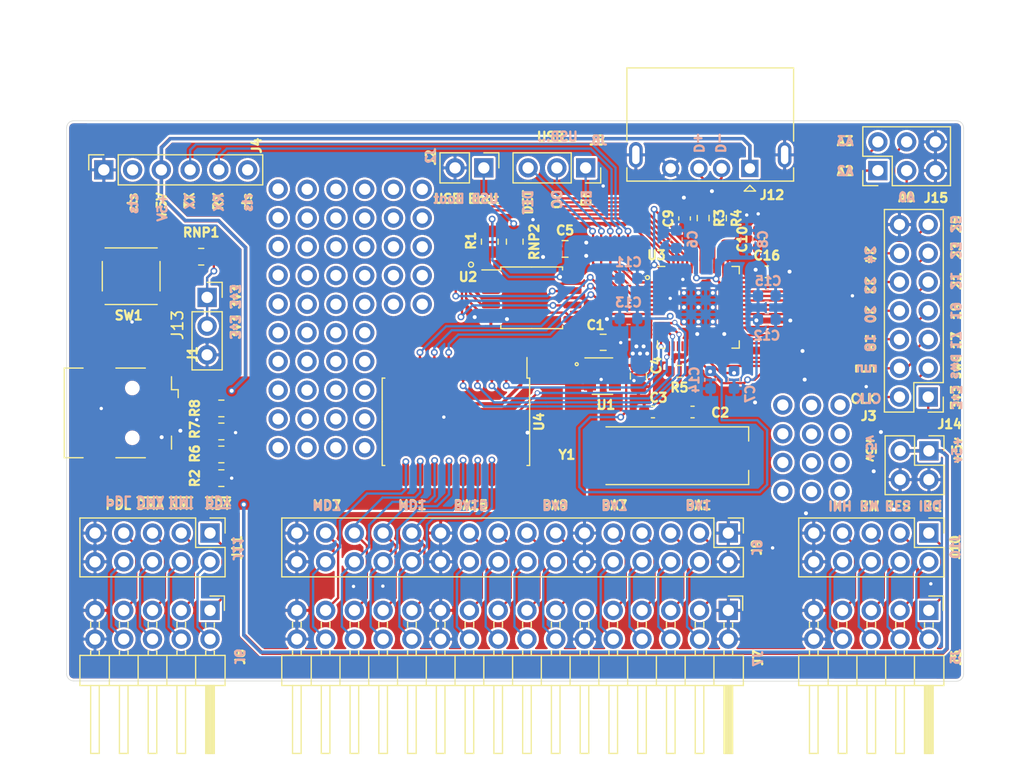
<source format=kicad_pcb>
(kicad_pcb (version 20171130) (host pcbnew "(5.1.10)-1")
  (title_block (title "RP2040 Minimal Design Example") (date 2020-07-13) (rev REV1) (company "Raspberry Pi (Trading) Ltd"))
  (layers (0 F.Cu signal) (31 B.Cu signal) (34 B.Paste user) (35 F.Paste user) (36 B.SilkS user) (37 F.SilkS user) (38 B.Mask user) (39 F.Mask user) (44 Edge.Cuts user))
  (net 0 "")
  (net 1 GND)
  (net 2 /XIN)
  (net 3 /XOUT)
  (net 4 +3V3)
  (net 5 +1V1)
  (net 6 "Net-(J1-Pad4)")
  (net 7 /~USB_BOOT)
  (net 8 /GPIO15)
  (net 9 /GPIO14)
  (net 10 /GPIO13)
  (net 11 /GPIO29_ADC3)
  (net 12 /GPIO28_ADC2)
  (net 13 /GPIO27_ADC1)
  (net 14 /GPIO26_ADC0)
  (net 15 /GPIO25)
  (net 16 /GPIO24)
  (net 17 /GPIO23)
  (net 18 /GPIO22)
  (net 19 /GPIO21)
  (net 20 /GPIO20)
  (net 21 /GPIO19)
  (net 22 /GPIO18)
  (net 23 /GPIO17)
  (net 24 /GPIO16)
  (net 25 /RUN)
  (net 26 /SWD)
  (net 27 /SWCLK)
  (net 28 /QSPI_SS)
  (net 29 /QSPI_SD3)
  (net 30 /QSPI_SCLK)
  (net 31 /QSPI_SD0)
  (net 32 /QSPI_SD2)
  (net 33 /QSPI_SD1)
  (net 34 /USB_D+)
  (net 35 /USB_D-)
  (net 36 "Net-(C3-Pad1)")
  (net 37 +5V)
  (net 38 "Net-(J1-Pad3)")
  (net 39 "Net-(J1-Pad2)")
  (net 40 /RTS)
  (net 41 /CTS)
  (net 42 /PH0)
  (net 43 /~INH)
  (net 44 /Q3)
  (net 45 /RW)
  (net 46 /CREF)
  (net 47 /~RESET)
  (net 48 /7M)
  (net 49 /~IRQ)
  (net 50 /KSEL2)
  (net 51 /PDLTRIG)
  (net 52 /KSEL1)
  (net 53 /~DMA)
  (net 54 /KSEL0)
  (net 55 /~NMI)
  (net 56 /C060-67)
  (net 57 /~RDY)
  (net 58 /MD6)
  (net 59 /MD7)
  (net 60 /MD4)
  (net 61 /MD5)
  (net 62 /MD2)
  (net 63 /MD3)
  (net 64 /MD0)
  (net 65 /MD1)
  (net 66 /BA14)
  (net 67 /BA15)
  (net 68 /BA12)
  (net 69 /BA13)
  (net 70 /BA10)
  (net 71 /BA11)
  (net 72 /BA8)
  (net 73 /BA9)
  (net 74 /BA6)
  (net 75 /BA7)
  (net 76 /BA4)
  (net 77 /BA5)
  (net 78 /BA2)
  (net 79 /BA3)
  (net 80 /BA0)
  (net 81 /BA1)
  (net 82 /VBUS-OC)
  (net 83 /VBUS-Detect)
  (net 84 /VBUS-En)
  (net 85 "Net-(U1-Pad4)")
  (net 86 /245_EN)
  (net 87 "Net-(U4-Pad11)")
  (net 88 /D6)
  (net 89 /D5)
  (net 90 /D4)
  (net 91 /D3)
  (net 92 /D2)
  (net 93 /D1)
  (net 94 /D0)
  (net 95 "Net-(J7-Pad11)")
  (net 96 /TX_2040)
  (net 97 /RX_2040)
  (net 98 /D_P)
  (net 99 /D_N)
  (module Connector_PinSocket_2.54mm:PinSocket_1x03_P2.54mm_Vertical (layer F.Cu) (at 76.708 101.9683)
    (fp_text reference J13 (at -2.6162 2.4384 90) (layer F.SilkS))
    (fp_text value 3v3)
    (pad 3 thru_hole oval (at 0 5.08) (size 1.7 1.7) (drill 1) (layers *.Cu *.Mask) (net 1 GND))
    (pad 2 thru_hole oval (at 0 2.54) (size 1.7 1.7) (drill 1) (layers *.Cu *.Mask) (net 4 +3V3))
    (pad 1 thru_hole rect (at 0 0) (size 1.7 1.7) (drill 1) (layers *.Cu *.Mask) (net 4 +3V3))
  )
  (module "My Libraries:HoleField_1x05_P2.54mm" (layer F.Cu) (at 90.6272 105.0925)
    (fp_text reference J13 hide)
    (fp_text value Conn_01x04 hide)
    (pad 5 thru_hole oval (at 0 10.16) (size 1.7 1.7) (drill 1) (layers *.Cu *.Mask))
    (pad 4 thru_hole oval (at 0 7.62) (size 1.7 1.7) (drill 1) (layers *.Cu *.Mask))
    (pad 3 thru_hole oval (at 0 5.08) (size 1.7 1.7) (drill 1) (layers *.Cu *.Mask))
    (pad 2 thru_hole oval (at 0 2.54) (size 1.7 1.7) (drill 1) (layers *.Cu *.Mask))
    (pad 1 thru_hole circle (at 0 0) (size 1.7 1.7) (drill 1) (layers *.Cu *.Mask))
  )
  (module "My Libraries:HoleField_1x05_P2.54mm" (layer F.Cu) (at 88.078732 105.0925)
    (fp_text reference J13 hide)
    (fp_text value Conn_01x04 hide)
    (pad 5 thru_hole oval (at 0 10.16) (size 1.7 1.7) (drill 1) (layers *.Cu *.Mask))
    (pad 4 thru_hole oval (at 0 7.62) (size 1.7 1.7) (drill 1) (layers *.Cu *.Mask))
    (pad 3 thru_hole oval (at 0 5.08) (size 1.7 1.7) (drill 1) (layers *.Cu *.Mask))
    (pad 2 thru_hole oval (at 0 2.54) (size 1.7 1.7) (drill 1) (layers *.Cu *.Mask))
    (pad 1 thru_hole circle (at 0 0) (size 1.7 1.7) (drill 1) (layers *.Cu *.Mask))
  )
  (module "My Libraries:HoleField_1x05_P2.54mm" (layer F.Cu) (at 85.530266 105.0925)
    (fp_text reference J13 hide)
    (fp_text value Conn_01x04 hide)
    (pad 5 thru_hole oval (at 0 10.16) (size 1.7 1.7) (drill 1) (layers *.Cu *.Mask))
    (pad 4 thru_hole oval (at 0 7.62) (size 1.7 1.7) (drill 1) (layers *.Cu *.Mask))
    (pad 3 thru_hole oval (at 0 5.08) (size 1.7 1.7) (drill 1) (layers *.Cu *.Mask))
    (pad 2 thru_hole oval (at 0 2.54) (size 1.7 1.7) (drill 1) (layers *.Cu *.Mask))
    (pad 1 thru_hole circle (at 0 0) (size 1.7 1.7) (drill 1) (layers *.Cu *.Mask))
  )
  (module "My Libraries:HoleField_1x05_P2.54mm" (layer F.Cu) (at 82.9818 105.0925)
    (fp_text reference J13 hide)
    (fp_text value Conn_01x04 hide)
    (pad 5 thru_hole oval (at 0 10.16) (size 1.7 1.7) (drill 1) (layers *.Cu *.Mask))
    (pad 4 thru_hole oval (at 0 7.62) (size 1.7 1.7) (drill 1) (layers *.Cu *.Mask))
    (pad 3 thru_hole oval (at 0 5.08) (size 1.7 1.7) (drill 1) (layers *.Cu *.Mask))
    (pad 2 thru_hole oval (at 0 2.54) (size 1.7 1.7) (drill 1) (layers *.Cu *.Mask))
    (pad 1 thru_hole circle (at 0 0) (size 1.7 1.7) (drill 1) (layers *.Cu *.Mask))
  )
  (module "My Libraries:HoleField_1x04_P2.54mm" (layer F.Cu) (at 132.6007 111.4806)
    (fp_text reference J8 hide)
    (fp_text value Conn_01x04 hide)
    (pad 4 thru_hole oval (at 0 7.62) (size 1.7 1.7) (drill 1) (layers *.Cu *.Mask))
    (pad 3 thru_hole oval (at 0 5.08) (size 1.7 1.7) (drill 1) (layers *.Cu *.Mask))
    (pad 2 thru_hole oval (at 0 2.54) (size 1.7 1.7) (drill 1) (layers *.Cu *.Mask))
    (pad 1 thru_hole circle (at 0 0) (size 1.7 1.7) (drill 1) (layers *.Cu *.Mask))
  )
  (module "My Libraries:HoleField_1x04_P2.54mm" (layer F.Cu) (at 127.5461 111.4806)
    (fp_text reference J8 hide)
    (fp_text value Conn_01x04 hide)
    (pad 4 thru_hole oval (at 0 7.62) (size 1.7 1.7) (drill 1) (layers *.Cu *.Mask))
    (pad 3 thru_hole oval (at 0 5.08) (size 1.7 1.7) (drill 1) (layers *.Cu *.Mask))
    (pad 2 thru_hole oval (at 0 2.54) (size 1.7 1.7) (drill 1) (layers *.Cu *.Mask))
    (pad 1 thru_hole circle (at 0 0) (size 1.7 1.7) (drill 1) (layers *.Cu *.Mask))
  )
  (module "My Libraries:HoleField_1x04_P2.54mm" (layer F.Cu) (at 130.0861 111.506)
    (fp_text reference J8 hide)
    (fp_text value Conn_01x04 hide)
    (pad 1 thru_hole circle (at 0 0) (size 1.7 1.7) (drill 1) (layers *.Cu *.Mask))
    (pad 2 thru_hole oval (at 0 2.54) (size 1.7 1.7) (drill 1) (layers *.Cu *.Mask))
    (pad 3 thru_hole oval (at 0 5.08) (size 1.7 1.7) (drill 1) (layers *.Cu *.Mask))
    (pad 4 thru_hole oval (at 0 7.62) (size 1.7 1.7) (drill 1) (layers *.Cu *.Mask))
  )
  (module Package_SO:SOIC-20W_7.5x12.8mm_P1.27mm (layer F.Cu) (at 98.6792 112.962 270)
    (fp_text reference U4 (at 0 -7.35 90) (layer F.SilkS) (effects (font (size 0.8 0.8) (thickness 0.2))))
    (fp_text value 74HC245)
    (pad 20 smd roundrect (at 4.65 -5.715 270) (size 2.05 0.6) (layers F.Cu F.Paste F.Mask) (net 37 +5V))
    (pad 19 smd roundrect (at 4.65 -4.445 270) (size 2.05 0.6) (layers F.Cu F.Paste F.Mask) (net 86 /245_EN))
    (pad 18 smd roundrect (at 4.65 -3.175 270) (size 2.05 0.6) (layers F.Cu F.Paste F.Mask) (net 64 /MD0))
    (pad 17 smd roundrect (at 4.65 -1.905 270) (size 2.05 0.6) (layers F.Cu F.Paste F.Mask) (net 65 /MD1))
    (pad 16 smd roundrect (at 4.65 -0.635 270) (size 2.05 0.6) (layers F.Cu F.Paste F.Mask) (net 62 /MD2))
    (pad 15 smd roundrect (at 4.65 0.635 270) (size 2.05 0.6) (layers F.Cu F.Paste F.Mask) (net 63 /MD3))
    (pad 14 smd roundrect (at 4.65 1.905 270) (size 2.05 0.6) (layers F.Cu F.Paste F.Mask) (net 60 /MD4))
    (pad 13 smd roundrect (at 4.65 3.175 270) (size 2.05 0.6) (layers F.Cu F.Paste F.Mask) (net 61 /MD5))
    (pad 12 smd roundrect (at 4.65 4.445 270) (size 2.05 0.6) (layers F.Cu F.Paste F.Mask) (net 58 /MD6))
    (pad 11 smd roundrect (at 4.65 5.715 270) (size 2.05 0.6) (layers F.Cu F.Paste F.Mask) (net 87 "Net-(U4-Pad11)"))
    (pad 10 smd roundrect (at -4.65 5.715 270) (size 2.05 0.6) (layers F.Cu F.Paste F.Mask) (net 1 GND))
    (pad 9 smd roundrect (at -4.65 4.445 270) (size 2.05 0.6) (layers F.Cu F.Paste F.Mask) (net 37 +5V))
    (pad 8 smd roundrect (at -4.65 3.175 270) (size 2.05 0.6) (layers F.Cu F.Paste F.Mask) (net 88 /D6))
    (pad 7 smd roundrect (at -4.65 1.905 270) (size 2.05 0.6) (layers F.Cu F.Paste F.Mask) (net 89 /D5))
    (pad 6 smd roundrect (at -4.65 0.635 270) (size 2.05 0.6) (layers F.Cu F.Paste F.Mask) (net 90 /D4))
    (pad 5 smd roundrect (at -4.65 -0.635 270) (size 2.05 0.6) (layers F.Cu F.Paste F.Mask) (net 91 /D3))
    (pad 4 smd roundrect (at -4.65 -1.905 270) (size 2.05 0.6) (layers F.Cu F.Paste F.Mask) (net 92 /D2))
    (pad 3 smd roundrect (at -4.65 -3.175 270) (size 2.05 0.6) (layers F.Cu F.Paste F.Mask) (net 93 /D1))
    (pad 2 smd roundrect (at -4.65 -4.445 270) (size 2.05 0.6) (layers F.Cu F.Paste F.Mask) (net 94 /D0))
    (pad 1 smd roundrect (at -4.65 -5.715 270) (size 2.05 0.6) (layers F.Cu F.Paste F.Mask) (net 37 +5V))
  )
  (module "My Libraries:HoleField_1x05_P2.54mm" (layer F.Cu) (at 82.9818 92.3925)
    (fp_text reference J13 hide)
    (fp_text value Conn_01x04 hide)
    (pad 1 thru_hole circle (at 0 0) (size 1.7 1.7) (drill 1) (layers *.Cu *.Mask))
    (pad 2 thru_hole oval (at 0 2.54) (size 1.7 1.7) (drill 1) (layers *.Cu *.Mask))
    (pad 3 thru_hole oval (at 0 5.08) (size 1.7 1.7) (drill 1) (layers *.Cu *.Mask))
    (pad 4 thru_hole oval (at 0 7.62) (size 1.7 1.7) (drill 1) (layers *.Cu *.Mask))
    (pad 5 thru_hole oval (at 0 10.16) (size 1.7 1.7) (drill 1) (layers *.Cu *.Mask))
  )
  (module "My Libraries:HoleField_1x05_P2.54mm" (layer F.Cu) (at 85.5472 92.4179)
    (fp_text reference J13 hide)
    (fp_text value Conn_01x04 hide)
    (pad 5 thru_hole oval (at 0 10.16) (size 1.7 1.7) (drill 1) (layers *.Cu *.Mask))
    (pad 4 thru_hole oval (at 0 7.62) (size 1.7 1.7) (drill 1) (layers *.Cu *.Mask))
    (pad 3 thru_hole oval (at 0 5.08) (size 1.7 1.7) (drill 1) (layers *.Cu *.Mask))
    (pad 2 thru_hole oval (at 0 2.54) (size 1.7 1.7) (drill 1) (layers *.Cu *.Mask))
    (pad 1 thru_hole circle (at 0 0) (size 1.7 1.7) (drill 1) (layers *.Cu *.Mask))
  )
  (module "My Libraries:HoleField_1x05_P2.54mm" (layer F.Cu) (at 88.0872 92.4179)
    (fp_text reference J13 hide)
    (fp_text value Conn_01x04 hide)
    (pad 5 thru_hole oval (at 0 10.16) (size 1.7 1.7) (drill 1) (layers *.Cu *.Mask))
    (pad 4 thru_hole oval (at 0 7.62) (size 1.7 1.7) (drill 1) (layers *.Cu *.Mask))
    (pad 3 thru_hole oval (at 0 5.08) (size 1.7 1.7) (drill 1) (layers *.Cu *.Mask))
    (pad 2 thru_hole oval (at 0 2.54) (size 1.7 1.7) (drill 1) (layers *.Cu *.Mask))
    (pad 1 thru_hole circle (at 0 0) (size 1.7 1.7) (drill 1) (layers *.Cu *.Mask))
  )
  (module "My Libraries:HoleField_1x05_P2.54mm" (layer F.Cu) (at 90.6272 92.4179)
    (fp_text reference J13 hide)
    (fp_text value Conn_01x04 hide)
    (pad 1 thru_hole circle (at 0 0) (size 1.7 1.7) (drill 1) (layers *.Cu *.Mask))
    (pad 2 thru_hole oval (at 0 2.54) (size 1.7 1.7) (drill 1) (layers *.Cu *.Mask))
    (pad 3 thru_hole oval (at 0 5.08) (size 1.7 1.7) (drill 1) (layers *.Cu *.Mask))
    (pad 4 thru_hole oval (at 0 7.62) (size 1.7 1.7) (drill 1) (layers *.Cu *.Mask))
    (pad 5 thru_hole oval (at 0 10.16) (size 1.7 1.7) (drill 1) (layers *.Cu *.Mask))
  )
  (module "My Libraries:HoleField_1x05_P2.54mm" (layer F.Cu) (at 93.1672 92.4179)
    (fp_text reference J13 hide)
    (fp_text value Conn_01x04 hide)
    (pad 5 thru_hole oval (at 0 10.16) (size 1.7 1.7) (drill 1) (layers *.Cu *.Mask))
    (pad 4 thru_hole oval (at 0 7.62) (size 1.7 1.7) (drill 1) (layers *.Cu *.Mask))
    (pad 3 thru_hole oval (at 0 5.08) (size 1.7 1.7) (drill 1) (layers *.Cu *.Mask))
    (pad 2 thru_hole oval (at 0 2.54) (size 1.7 1.7) (drill 1) (layers *.Cu *.Mask))
    (pad 1 thru_hole circle (at 0 0) (size 1.7 1.7) (drill 1) (layers *.Cu *.Mask))
  )
  (module "My Libraries:HoleField_1x05_P2.54mm" (layer F.Cu) (at 95.7072 92.4179)
    (fp_text reference J13 hide)
    (fp_text value Conn_01x04 hide)
    (pad 1 thru_hole circle (at 0 0) (size 1.7 1.7) (drill 1) (layers *.Cu *.Mask))
    (pad 2 thru_hole oval (at 0 2.54) (size 1.7 1.7) (drill 1) (layers *.Cu *.Mask))
    (pad 3 thru_hole oval (at 0 5.08) (size 1.7 1.7) (drill 1) (layers *.Cu *.Mask))
    (pad 4 thru_hole oval (at 0 7.62) (size 1.7 1.7) (drill 1) (layers *.Cu *.Mask))
    (pad 5 thru_hole oval (at 0 10.16) (size 1.7 1.7) (drill 1) (layers *.Cu *.Mask))
  )
  (module Connector_PinHeader_2.54mm:PinHeader_2x07_P2.54mm_Vertical (layer F.Cu) (at 140.386 110.773166 180)
    (fp_text reference J14 (at -1.8921 -2.396534 180) (layer F.SilkS) (effects (font (size 0.8 0.8) (thickness 0.2))))
    (fp_text value GPIO)
    (pad 14 thru_hole oval (at 2.54 15.24 180) (size 1.7 1.7) (drill 1) (layers *.Cu *.Mask) (net 1 GND))
    (pad 13 thru_hole oval (at 0 15.24 180) (size 1.7 1.7) (drill 1) (layers *.Cu *.Mask) (net 15 /GPIO25))
    (pad 12 thru_hole oval (at 2.54 12.7 180) (size 1.7 1.7) (drill 1) (layers *.Cu *.Mask) (net 16 /GPIO24))
    (pad 11 thru_hole oval (at 0 12.7 180) (size 1.7 1.7) (drill 1) (layers *.Cu *.Mask) (net 17 /GPIO23))
    (pad 10 thru_hole oval (at 2.54 10.16 180) (size 1.7 1.7) (drill 1) (layers *.Cu *.Mask) (net 18 /GPIO22))
    (pad 9 thru_hole oval (at 0 10.16 180) (size 1.7 1.7) (drill 1) (layers *.Cu *.Mask) (net 19 /GPIO21))
    (pad 8 thru_hole oval (at 2.54 7.62 180) (size 1.7 1.7) (drill 1) (layers *.Cu *.Mask) (net 20 /GPIO20))
    (pad 7 thru_hole oval (at 0 7.62 180) (size 1.7 1.7) (drill 1) (layers *.Cu *.Mask) (net 21 /GPIO19))
    (pad 6 thru_hole oval (at 2.54 5.08 180) (size 1.7 1.7) (drill 1) (layers *.Cu *.Mask) (net 22 /GPIO18))
    (pad 5 thru_hole oval (at 0 5.08 180) (size 1.7 1.7) (drill 1) (layers *.Cu *.Mask) (net 23 /GPIO17))
    (pad 4 thru_hole oval (at 2.54 2.54 180) (size 1.7 1.7) (drill 1) (layers *.Cu *.Mask) (net 25 /RUN))
    (pad 3 thru_hole oval (at 0 2.54 180) (size 1.7 1.7) (drill 1) (layers *.Cu *.Mask) (net 26 /SWD))
    (pad 2 thru_hole oval (at 2.54 0 180) (size 1.7 1.7) (drill 1) (layers *.Cu *.Mask) (net 27 /SWCLK))
    (pad 1 thru_hole rect (at 0 0 180) (size 1.7 1.7) (drill 1) (layers *.Cu *.Mask) (net 4 +3V3))
  )
  (module Resistor_SMD:R_0603_1608Metric (layer F.Cu) (at 118.415 108.5052 180)
    (fp_text reference R5 (at 0 -1.43) (layer F.SilkS) (effects (font (size 0.8 0.8) (thickness 0.2))))
    (fp_text value 1k)
    (pad 2 smd roundrect (at 0.825 0 180) (size 0.8 0.95) (layers F.Cu F.Paste F.Mask) (net 36 "Net-(C3-Pad1)"))
    (pad 1 smd roundrect (at -0.825 0 180) (size 0.8 0.95) (layers F.Cu F.Paste F.Mask) (net 3 /XOUT))
  )
  (module Capacitor_SMD:C_0603_1608Metric (layer F.Cu) (at 116.0782 112.0988 180)
    (fp_text reference C3 (at -0.4824 1.2659) (layer F.SilkS) (effects (font (size 0.8 0.8) (thickness 0.2))))
    (fp_text value 27p)
    (pad 2 smd roundrect (at 0.775 0 180) (size 0.9 0.95) (layers F.Cu F.Paste F.Mask) (net 1 GND))
    (pad 1 smd roundrect (at -0.775 0 180) (size 0.9 0.95) (layers F.Cu F.Paste F.Mask) (net 36 "Net-(C3-Pad1)"))
  )
  (module Capacitor_SMD:C_0603_1608Metric (layer F.Cu) (at 119.5764 112.0988)
    (fp_text reference C2 (at 2.4452 0.0549) (layer F.SilkS) (effects (font (size 0.8 0.8) (thickness 0.2))))
    (fp_text value 27p)
    (pad 2 smd roundrect (at 0.775 0) (size 0.9 0.95) (layers F.Cu F.Paste F.Mask) (net 1 GND))
    (pad 1 smd roundrect (at -0.775 0) (size 0.9 0.95) (layers F.Cu F.Paste F.Mask) (net 2 /XIN))
  )
  (module Resistor_SMD:R_0603_1608Metric (layer F.Cu) (at 122.0345 94.9628 270)
    (fp_text reference R4 (at 0 -1.43 90) (layer F.SilkS) (effects (font (size 0.8 0.8) (thickness 0.2))))
    (fp_text value 27)
    (pad 2 smd roundrect (at 0.825 0 270) (size 0.8 0.95) (layers F.Cu F.Paste F.Mask) (net 99 /D_N))
    (pad 1 smd roundrect (at -0.825 0 270) (size 0.8 0.95) (layers F.Cu F.Paste F.Mask) (net 35 /USB_D-))
  )
  (module Resistor_SMD:R_0603_1608Metric (layer F.Cu) (at 120.5105 94.9628 270)
    (fp_text reference R3 (at 0 -1.43 90) (layer F.SilkS) (effects (font (size 0.8 0.8) (thickness 0.2))))
    (fp_text value 27)
    (pad 2 smd roundrect (at 0.825 0 270) (size 0.8 0.95) (layers F.Cu F.Paste F.Mask) (net 98 /D_P))
    (pad 1 smd roundrect (at -0.825 0 270) (size 0.8 0.95) (layers F.Cu F.Paste F.Mask) (net 34 /USB_D+))
  )
  (module Capacitor_SMD:C_0603_1608Metric (layer F.Cu) (at 126.1366 99.7048)
    (fp_text reference C16 (at 0 -1.43) (layer F.SilkS) (effects (font (size 0.8 0.8) (thickness 0.2))))
    (fp_text value 100n)
    (pad 2 smd roundrect (at 0.775 0) (size 0.9 0.95) (layers F.Cu F.Paste F.Mask) (net 1 GND))
    (pad 1 smd roundrect (at -0.775 0) (size 0.9 0.95) (layers F.Cu F.Paste F.Mask) (net 4 +3V3))
  )
  (module Capacitor_SMD:C_0603_1608Metric (layer B.Cu) (at 126.1366 101.813)
    (fp_text reference C15 (at 0.1141 -1.2925) (layer B.SilkS) (effects (font (size 0.8 0.8) (thickness 0.2)) (justify mirror)))
    (fp_text value 100n)
    (pad 2 smd roundrect (at 0.775 0) (size 0.9 0.95) (layers B.Cu B.Paste B.Mask) (net 1 GND))
    (pad 1 smd roundrect (at -0.775 0) (size 0.9 0.95) (layers B.Cu B.Paste B.Mask) (net 4 +3V3))
  )
  (module Capacitor_SMD:C_0603_1608Metric (layer B.Cu) (at 121.1686 109.2552 270)
    (fp_text reference C14 (at 0 1.43 90) (layer B.SilkS) (effects (font (size 0.8 0.8) (thickness 0.2)) (justify mirror)))
    (fp_text value 100n)
    (pad 2 smd roundrect (at 0.775 0 270) (size 0.9 0.95) (layers B.Cu B.Paste B.Mask) (net 1 GND))
    (pad 1 smd roundrect (at -0.775 0 270) (size 0.9 0.95) (layers B.Cu B.Paste B.Mask) (net 4 +3V3))
  )
  (module Capacitor_SMD:C_0603_1608Metric (layer B.Cu) (at 113.9192 103.845 180)
    (fp_text reference C13 (at 0 1.43) (layer B.SilkS) (effects (font (size 0.8 0.8) (thickness 0.2)) (justify mirror)))
    (fp_text value 100n)
    (pad 2 smd roundrect (at 0.775 0 180) (size 0.9 0.95) (layers B.Cu B.Paste B.Mask) (net 1 GND))
    (pad 1 smd roundrect (at -0.775 0 180) (size 0.9 0.95) (layers B.Cu B.Paste B.Mask) (net 4 +3V3))
  )
  (module Capacitor_SMD:C_0603_1608Metric (layer B.Cu) (at 126.1366 103.9212)
    (fp_text reference C12 (at 0 1.43) (layer B.SilkS) (effects (font (size 0.8 0.8) (thickness 0.2)) (justify mirror)))
    (fp_text value 100n)
    (pad 2 smd roundrect (at 0.775 0) (size 0.9 0.95) (layers B.Cu B.Paste B.Mask) (net 1 GND))
    (pad 1 smd roundrect (at -0.775 0) (size 0.9 0.95) (layers B.Cu B.Paste B.Mask) (net 4 +3V3))
  )
  (module Capacitor_SMD:C_0603_1608Metric (layer B.Cu) (at 113.9192 100.289 180)
    (fp_text reference C11 (at 0 1.43) (layer B.SilkS) (effects (font (size 0.8 0.8) (thickness 0.2)) (justify mirror)))
    (fp_text value 100n)
    (pad 2 smd roundrect (at 0.775 0 180) (size 0.9 0.95) (layers B.Cu B.Paste B.Mask) (net 1 GND))
    (pad 1 smd roundrect (at -0.775 0 180) (size 0.9 0.95) (layers B.Cu B.Paste B.Mask) (net 4 +3V3))
  )
  (module Capacitor_SMD:C_0603_1608Metric (layer F.Cu) (at 125.4 96.8346 90)
    (fp_text reference C10 (at 0 -1.43 90) (layer F.SilkS) (effects (font (size 0.8 0.8) (thickness 0.2))))
    (fp_text value 1u)
    (pad 2 smd roundrect (at 0.775 0 90) (size 0.9 0.95) (layers F.Cu F.Paste F.Mask) (net 1 GND))
    (pad 1 smd roundrect (at -0.775 0 90) (size 0.9 0.95) (layers F.Cu F.Paste F.Mask) (net 4 +3V3))
  )
  (module Capacitor_SMD:C_0603_1608Metric (layer F.Cu) (at 118.872 94.996 90)
    (fp_text reference C9 (at 0 -1.43 90) (layer F.SilkS) (effects (font (size 0.8 0.8) (thickness 0.2))))
    (fp_text value 100n)
    (pad 2 smd roundrect (at 0.775 0 90) (size 0.9 0.95) (layers F.Cu F.Paste F.Mask) (net 1 GND))
    (pad 1 smd roundrect (at -0.775 0 90) (size 0.9 0.95) (layers F.Cu F.Paste F.Mask) (net 4 +3V3))
  )
  (module Capacitor_SMD:C_0603_1608Metric (layer B.Cu) (at 124.3586 96.8346 90)
    (fp_text reference C8 (at 0 1.43 90) (layer B.SilkS) (effects (font (size 0.8 0.8) (thickness 0.2)) (justify mirror)))
    (fp_text value 1u)
    (pad 2 smd roundrect (at 0.775 0 90) (size 0.9 0.95) (layers B.Cu B.Paste B.Mask) (net 1 GND))
    (pad 1 smd roundrect (at -0.775 0 90) (size 0.9 0.95) (layers B.Cu B.Paste B.Mask) (net 5 +1V1))
  )
  (module Capacitor_SMD:C_0603_1608Metric (layer B.Cu) (at 123.241 109.2552 270)
    (fp_text reference C7 (at 1.2348 -1.4222 90) (layer B.SilkS) (effects (font (size 0.8 0.8) (thickness 0.2)) (justify mirror)))
    (fp_text value 100n)
    (pad 2 smd roundrect (at 0.775 0 270) (size 0.9 0.95) (layers B.Cu B.Paste B.Mask) (net 1 GND))
    (pad 1 smd roundrect (at -0.775 0 270) (size 0.9 0.95) (layers B.Cu B.Paste B.Mask) (net 5 +1V1))
  )
  (module Capacitor_SMD:C_0603_1608Metric (layer B.Cu) (at 118.1483 96.8346 90)
    (fp_text reference C6 (at 0 1.43 90) (layer B.SilkS) (effects (font (size 0.8 0.8) (thickness 0.2)) (justify mirror)))
    (fp_text value 100n)
    (pad 2 smd roundrect (at 0.775 0 90) (size 0.9 0.95) (layers B.Cu B.Paste B.Mask) (net 1 GND))
    (pad 1 smd roundrect (at -0.775 0 90) (size 0.9 0.95) (layers B.Cu B.Paste B.Mask) (net 5 +1V1))
  )
  (module Connector_PinHeader_2.54mm:PinHeader_2x03_P2.54mm_Vertical (layer F.Cu) (at 135.941 90.767333 90)
    (fp_text reference J15 (at -2.412567 5.1306 180) (layer F.SilkS) (effects (font (size 0.8 0.8) (thickness 0.2))))
    (fp_text value ADC)
    (pad 6 thru_hole oval (at 2.54 5.08 90) (size 1.7 1.7) (drill 1) (layers *.Cu *.Mask) (net 1 GND))
    (pad 5 thru_hole oval (at 0 5.08 90) (size 1.7 1.7) (drill 1) (layers *.Cu *.Mask) (net 1 GND))
    (pad 4 thru_hole oval (at 2.54 2.54 90) (size 1.7 1.7) (drill 1) (layers *.Cu *.Mask) (net 13 /GPIO27_ADC1))
    (pad 3 thru_hole oval (at 0 2.54 90) (size 1.7 1.7) (drill 1) (layers *.Cu *.Mask) (net 14 /GPIO26_ADC0))
    (pad 2 thru_hole oval (at 2.54 0 90) (size 1.7 1.7) (drill 1) (layers *.Cu *.Mask) (net 11 /GPIO29_ADC3))
    (pad 1 thru_hole rect (at 0 0 90) (size 1.7 1.7) (drill 1) (layers *.Cu *.Mask) (net 12 /GPIO28_ADC2))
  )
  (module Connector_PinHeader_2.54mm:PinHeader_2x16_P2.54mm_Vertical (layer F.Cu) (at 122.733 122.7934 270)
    (fp_text reference J9 (at 1.27 -2.5144 90) (layer F.SilkS) (effects (font (size 0.8 0.8) (thickness 0.2))))
    (fp_text value Addr_Main_Data-HDR)
    (pad 32 thru_hole oval (at 2.54 38.1 270) (size 1.7 1.7) (drill 1) (layers *.Cu *.Mask) (net 1 GND))
    (pad 31 thru_hole oval (at 0 38.1 270) (size 1.7 1.7) (drill 1) (layers *.Cu *.Mask) (net 1 GND))
    (pad 30 thru_hole oval (at 2.54 35.56 270) (size 1.7 1.7) (drill 1) (layers *.Cu *.Mask) (net 58 /MD6))
    (pad 29 thru_hole oval (at 0 35.56 270) (size 1.7 1.7) (drill 1) (layers *.Cu *.Mask) (net 59 /MD7))
    (pad 28 thru_hole oval (at 2.54 33.02 270) (size 1.7 1.7) (drill 1) (layers *.Cu *.Mask) (net 60 /MD4))
    (pad 27 thru_hole oval (at 0 33.02 270) (size 1.7 1.7) (drill 1) (layers *.Cu *.Mask) (net 61 /MD5))
    (pad 26 thru_hole oval (at 2.54 30.48 270) (size 1.7 1.7) (drill 1) (layers *.Cu *.Mask) (net 62 /MD2))
    (pad 25 thru_hole oval (at 0 30.48 270) (size 1.7 1.7) (drill 1) (layers *.Cu *.Mask) (net 63 /MD3))
    (pad 24 thru_hole oval (at 2.54 27.94 270) (size 1.7 1.7) (drill 1) (layers *.Cu *.Mask) (net 64 /MD0))
    (pad 23 thru_hole oval (at 0 27.94 270) (size 1.7 1.7) (drill 1) (layers *.Cu *.Mask) (net 65 /MD1))
    (pad 22 thru_hole oval (at 2.54 25.4 270) (size 1.7 1.7) (drill 1) (layers *.Cu *.Mask) (net 1 GND))
    (pad 21 thru_hole oval (at 0 25.4 270) (size 1.7 1.7) (drill 1) (layers *.Cu *.Mask) (net 1 GND))
    (pad 20 thru_hole oval (at 2.54 22.86 270) (size 1.7 1.7) (drill 1) (layers *.Cu *.Mask) (net 66 /BA14))
    (pad 19 thru_hole oval (at 0 22.86 270) (size 1.7 1.7) (drill 1) (layers *.Cu *.Mask) (net 67 /BA15))
    (pad 18 thru_hole oval (at 2.54 20.32 270) (size 1.7 1.7) (drill 1) (layers *.Cu *.Mask) (net 68 /BA12))
    (pad 17 thru_hole oval (at 0 20.32 270) (size 1.7 1.7) (drill 1) (layers *.Cu *.Mask) (net 69 /BA13))
    (pad 16 thru_hole oval (at 2.54 17.78 270) (size 1.7 1.7) (drill 1) (layers *.Cu *.Mask) (net 70 /BA10))
    (pad 15 thru_hole oval (at 0 17.78 270) (size 1.7 1.7) (drill 1) (layers *.Cu *.Mask) (net 71 /BA11))
    (pad 14 thru_hole oval (at 2.54 15.24 270) (size 1.7 1.7) (drill 1) (layers *.Cu *.Mask) (net 72 /BA8))
    (pad 13 thru_hole oval (at 0 15.24 270) (size 1.7 1.7) (drill 1) (layers *.Cu *.Mask) (net 73 /BA9))
    (pad 12 thru_hole oval (at 2.54 12.7 270) (size 1.7 1.7) (drill 1) (layers *.Cu *.Mask) (net 1 GND))
    (pad 11 thru_hole oval (at 0 12.7 270) (size 1.7 1.7) (drill 1) (layers *.Cu *.Mask) (net 1 GND))
    (pad 10 thru_hole oval (at 2.54 10.16 270) (size 1.7 1.7) (drill 1) (layers *.Cu *.Mask) (net 74 /BA6))
    (pad 9 thru_hole oval (at 0 10.16 270) (size 1.7 1.7) (drill 1) (layers *.Cu *.Mask) (net 75 /BA7))
    (pad 8 thru_hole oval (at 2.54 7.62 270) (size 1.7 1.7) (drill 1) (layers *.Cu *.Mask) (net 76 /BA4))
    (pad 7 thru_hole oval (at 0 7.62 270) (size 1.7 1.7) (drill 1) (layers *.Cu *.Mask) (net 77 /BA5))
    (pad 6 thru_hole oval (at 2.54 5.08 270) (size 1.7 1.7) (drill 1) (layers *.Cu *.Mask) (net 78 /BA2))
    (pad 5 thru_hole oval (at 0 5.08 270) (size 1.7 1.7) (drill 1) (layers *.Cu *.Mask) (net 79 /BA3))
    (pad 4 thru_hole oval (at 2.54 2.54 270) (size 1.7 1.7) (drill 1) (layers *.Cu *.Mask) (net 80 /BA0))
    (pad 3 thru_hole oval (at 0 2.54 270) (size 1.7 1.7) (drill 1) (layers *.Cu *.Mask) (net 81 /BA1))
    (pad 2 thru_hole oval (at 2.54 0 270) (size 1.7 1.7) (drill 1) (layers *.Cu *.Mask) (net 1 GND))
    (pad 1 thru_hole rect (at 0 0 270) (size 1.7 1.7) (drill 1) (layers *.Cu *.Mask) (net 1 GND))
  )
  (module Connector_PinHeader_2.54mm:PinHeader_2x16_P2.54mm_Horizontal (layer F.Cu) (at 122.733 129.626 270)
    (fp_text reference J7 (at 4.1939 -2.6287 90) (layer F.SilkS) (effects (font (size 0.8 0.8) (thickness 0.2))))
    (fp_text value Addr_Main_Data)
    (pad 32 thru_hole oval (at 2.54 38.1 270) (size 1.7 1.7) (drill 1) (layers *.Cu *.Mask) (net 1 GND))
    (pad 31 thru_hole oval (at 0 38.1 270) (size 1.7 1.7) (drill 1) (layers *.Cu *.Mask) (net 1 GND))
    (pad 30 thru_hole oval (at 2.54 35.56 270) (size 1.7 1.7) (drill 1) (layers *.Cu *.Mask) (net 58 /MD6))
    (pad 29 thru_hole oval (at 0 35.56 270) (size 1.7 1.7) (drill 1) (layers *.Cu *.Mask) (net 59 /MD7))
    (pad 28 thru_hole oval (at 2.54 33.02 270) (size 1.7 1.7) (drill 1) (layers *.Cu *.Mask) (net 60 /MD4))
    (pad 27 thru_hole oval (at 0 33.02 270) (size 1.7 1.7) (drill 1) (layers *.Cu *.Mask) (net 61 /MD5))
    (pad 26 thru_hole oval (at 2.54 30.48 270) (size 1.7 1.7) (drill 1) (layers *.Cu *.Mask) (net 62 /MD2))
    (pad 25 thru_hole oval (at 0 30.48 270) (size 1.7 1.7) (drill 1) (layers *.Cu *.Mask) (net 63 /MD3))
    (pad 24 thru_hole oval (at 2.54 27.94 270) (size 1.7 1.7) (drill 1) (layers *.Cu *.Mask) (net 64 /MD0))
    (pad 23 thru_hole oval (at 0 27.94 270) (size 1.7 1.7) (drill 1) (layers *.Cu *.Mask) (net 65 /MD1))
    (pad 22 thru_hole oval (at 2.54 25.4 270) (size 1.7 1.7) (drill 1) (layers *.Cu *.Mask) (net 1 GND))
    (pad 21 thru_hole oval (at 0 25.4 270) (size 1.7 1.7) (drill 1) (layers *.Cu *.Mask) (net 1 GND))
    (pad 20 thru_hole oval (at 2.54 22.86 270) (size 1.7 1.7) (drill 1) (layers *.Cu *.Mask) (net 66 /BA14))
    (pad 19 thru_hole oval (at 0 22.86 270) (size 1.7 1.7) (drill 1) (layers *.Cu *.Mask) (net 67 /BA15))
    (pad 18 thru_hole oval (at 2.54 20.32 270) (size 1.7 1.7) (drill 1) (layers *.Cu *.Mask) (net 68 /BA12))
    (pad 17 thru_hole oval (at 0 20.32 270) (size 1.7 1.7) (drill 1) (layers *.Cu *.Mask) (net 69 /BA13))
    (pad 16 thru_hole oval (at 2.54 17.78 270) (size 1.7 1.7) (drill 1) (layers *.Cu *.Mask) (net 70 /BA10))
    (pad 15 thru_hole oval (at 0 17.78 270) (size 1.7 1.7) (drill 1) (layers *.Cu *.Mask) (net 71 /BA11))
    (pad 14 thru_hole oval (at 2.54 15.24 270) (size 1.7 1.7) (drill 1) (layers *.Cu *.Mask) (net 72 /BA8))
    (pad 13 thru_hole oval (at 0 15.24 270) (size 1.7 1.7) (drill 1) (layers *.Cu *.Mask) (net 73 /BA9))
    (pad 12 thru_hole oval (at 2.54 12.7 270) (size 1.7 1.7) (drill 1) (layers *.Cu *.Mask) (net 1 GND))
    (pad 11 thru_hole oval (at 0 12.7 270) (size 1.7 1.7) (drill 1) (layers *.Cu *.Mask) (net 95 "Net-(J7-Pad11)"))
    (pad 10 thru_hole oval (at 2.54 10.16 270) (size 1.7 1.7) (drill 1) (layers *.Cu *.Mask) (net 74 /BA6))
    (pad 9 thru_hole oval (at 0 10.16 270) (size 1.7 1.7) (drill 1) (layers *.Cu *.Mask) (net 75 /BA7))
    (pad 8 thru_hole oval (at 2.54 7.62 270) (size 1.7 1.7) (drill 1) (layers *.Cu *.Mask) (net 76 /BA4))
    (pad 7 thru_hole oval (at 0 7.62 270) (size 1.7 1.7) (drill 1) (layers *.Cu *.Mask) (net 77 /BA5))
    (pad 6 thru_hole oval (at 2.54 5.08 270) (size 1.7 1.7) (drill 1) (layers *.Cu *.Mask) (net 78 /BA2))
    (pad 5 thru_hole oval (at 0 5.08 270) (size 1.7 1.7) (drill 1) (layers *.Cu *.Mask) (net 79 /BA3))
    (pad 4 thru_hole oval (at 2.54 2.54 270) (size 1.7 1.7) (drill 1) (layers *.Cu *.Mask) (net 80 /BA0))
    (pad 3 thru_hole oval (at 0 2.54 270) (size 1.7 1.7) (drill 1) (layers *.Cu *.Mask) (net 81 /BA1))
    (pad 2 thru_hole oval (at 2.54 0 270) (size 1.7 1.7) (drill 1) (layers *.Cu *.Mask) (net 1 GND))
    (pad 1 thru_hole rect (at 0 0 270) (size 1.7 1.7) (drill 1) (layers *.Cu *.Mask) (net 1 GND))
  )
  (module Connector_PinHeader_2.54mm:PinHeader_2x05_P2.54mm_Vertical (layer F.Cu) (at 76.9662 122.7934 270)
    (fp_text reference J11 (at 1.27 -2.3961 90) (layer F.SilkS) (effects (font (size 0.8 0.8) (thickness 0.2))))
    (fp_text value CTRL2-HDR)
    (pad 10 thru_hole oval (at 2.54 10.16 270) (size 1.7 1.7) (drill 1) (layers *.Cu *.Mask) (net 1 GND))
    (pad 9 thru_hole oval (at 0 10.16 270) (size 1.7 1.7) (drill 1) (layers *.Cu *.Mask) (net 1 GND))
    (pad 8 thru_hole oval (at 2.54 7.62 270) (size 1.7 1.7) (drill 1) (layers *.Cu *.Mask) (net 50 /KSEL2))
    (pad 7 thru_hole oval (at 0 7.62 270) (size 1.7 1.7) (drill 1) (layers *.Cu *.Mask) (net 51 /PDLTRIG))
    (pad 6 thru_hole oval (at 2.54 5.08 270) (size 1.7 1.7) (drill 1) (layers *.Cu *.Mask) (net 52 /KSEL1))
    (pad 5 thru_hole oval (at 0 5.08 270) (size 1.7 1.7) (drill 1) (layers *.Cu *.Mask) (net 53 /~DMA))
    (pad 4 thru_hole oval (at 2.54 2.54 270) (size 1.7 1.7) (drill 1) (layers *.Cu *.Mask) (net 54 /KSEL0))
    (pad 3 thru_hole oval (at 0 2.54 270) (size 1.7 1.7) (drill 1) (layers *.Cu *.Mask) (net 55 /~NMI))
    (pad 2 thru_hole oval (at 2.54 0 270) (size 1.7 1.7) (drill 1) (layers *.Cu *.Mask) (net 56 /C060-67))
    (pad 1 thru_hole rect (at 0 0 270) (size 1.7 1.7) (drill 1) (layers *.Cu *.Mask) (net 57 /~RDY))
  )
  (module Connector_PinHeader_2.54mm:PinHeader_2x05_P2.54mm_Vertical (layer F.Cu) (at 140.4398 122.7934 270)
    (fp_text reference J10 (at 1.27 -2.33 90) (layer F.SilkS) (effects (font (size 0.8 0.8) (thickness 0.2))))
    (fp_text value CTRL1-HDR)
    (pad 10 thru_hole oval (at 2.54 10.16 270) (size 1.7 1.7) (drill 1) (layers *.Cu *.Mask) (net 1 GND))
    (pad 9 thru_hole oval (at 0 10.16 270) (size 1.7 1.7) (drill 1) (layers *.Cu *.Mask) (net 1 GND))
    (pad 8 thru_hole oval (at 2.54 7.62 270) (size 1.7 1.7) (drill 1) (layers *.Cu *.Mask) (net 42 /PH0))
    (pad 7 thru_hole oval (at 0 7.62 270) (size 1.7 1.7) (drill 1) (layers *.Cu *.Mask) (net 43 /~INH))
    (pad 6 thru_hole oval (at 2.54 5.08 270) (size 1.7 1.7) (drill 1) (layers *.Cu *.Mask) (net 44 /Q3))
    (pad 5 thru_hole oval (at 0 5.08 270) (size 1.7 1.7) (drill 1) (layers *.Cu *.Mask) (net 45 /RW))
    (pad 4 thru_hole oval (at 2.54 2.54 270) (size 1.7 1.7) (drill 1) (layers *.Cu *.Mask) (net 46 /CREF))
    (pad 3 thru_hole oval (at 0 2.54 270) (size 1.7 1.7) (drill 1) (layers *.Cu *.Mask) (net 47 /~RESET))
    (pad 2 thru_hole oval (at 2.54 0 270) (size 1.7 1.7) (drill 1) (layers *.Cu *.Mask) (net 48 /7M))
    (pad 1 thru_hole rect (at 0 0 270) (size 1.7 1.7) (drill 1) (layers *.Cu *.Mask) (net 49 /~IRQ))
  )
  (module Connector_PinHeader_2.54mm:PinHeader_2x05_P2.54mm_Horizontal (layer F.Cu) (at 76.9662 129.626 270)
    (fp_text reference J6 (at 4.105 -2.6628 90) (layer F.SilkS) (effects (font (size 0.8 0.8) (thickness 0.2))))
    (fp_text value CTRL2)
    (pad 10 thru_hole oval (at 2.54 10.16 270) (size 1.7 1.7) (drill 1) (layers *.Cu *.Mask) (net 1 GND))
    (pad 9 thru_hole oval (at 0 10.16 270) (size 1.7 1.7) (drill 1) (layers *.Cu *.Mask) (net 1 GND))
    (pad 8 thru_hole oval (at 2.54 7.62 270) (size 1.7 1.7) (drill 1) (layers *.Cu *.Mask) (net 50 /KSEL2))
    (pad 7 thru_hole oval (at 0 7.62 270) (size 1.7 1.7) (drill 1) (layers *.Cu *.Mask) (net 51 /PDLTRIG))
    (pad 6 thru_hole oval (at 2.54 5.08 270) (size 1.7 1.7) (drill 1) (layers *.Cu *.Mask) (net 52 /KSEL1))
    (pad 5 thru_hole oval (at 0 5.08 270) (size 1.7 1.7) (drill 1) (layers *.Cu *.Mask) (net 53 /~DMA))
    (pad 4 thru_hole oval (at 2.54 2.54 270) (size 1.7 1.7) (drill 1) (layers *.Cu *.Mask) (net 54 /KSEL0))
    (pad 3 thru_hole oval (at 0 2.54 270) (size 1.7 1.7) (drill 1) (layers *.Cu *.Mask) (net 55 /~NMI))
    (pad 2 thru_hole oval (at 2.54 0 270) (size 1.7 1.7) (drill 1) (layers *.Cu *.Mask) (net 56 /C060-67))
    (pad 1 thru_hole rect (at 0 0 270) (size 1.7 1.7) (drill 1) (layers *.Cu *.Mask) (net 57 /~RDY))
  )
  (module Connector_PinHeader_2.54mm:PinHeader_2x05_P2.54mm_Horizontal (layer F.Cu) (at 140.4398 129.626 270)
    (fp_text reference J5 (at 4.1812 -2.4225 90) (layer F.SilkS) (effects (font (size 0.8 0.8) (thickness 0.2))))
    (fp_text value CTRL1)
    (pad 10 thru_hole oval (at 2.54 10.16 270) (size 1.7 1.7) (drill 1) (layers *.Cu *.Mask) (net 1 GND))
    (pad 9 thru_hole oval (at 0 10.16 270) (size 1.7 1.7) (drill 1) (layers *.Cu *.Mask) (net 1 GND))
    (pad 8 thru_hole oval (at 2.54 7.62 270) (size 1.7 1.7) (drill 1) (layers *.Cu *.Mask) (net 42 /PH0))
    (pad 7 thru_hole oval (at 0 7.62 270) (size 1.7 1.7) (drill 1) (layers *.Cu *.Mask) (net 43 /~INH))
    (pad 6 thru_hole oval (at 2.54 5.08 270) (size 1.7 1.7) (drill 1) (layers *.Cu *.Mask) (net 44 /Q3))
    (pad 5 thru_hole oval (at 0 5.08 270) (size 1.7 1.7) (drill 1) (layers *.Cu *.Mask) (net 45 /RW))
    (pad 4 thru_hole oval (at 2.54 2.54 270) (size 1.7 1.7) (drill 1) (layers *.Cu *.Mask) (net 46 /CREF))
    (pad 3 thru_hole oval (at 0 2.54 270) (size 1.7 1.7) (drill 1) (layers *.Cu *.Mask) (net 47 /~RESET))
    (pad 2 thru_hole oval (at 2.54 0 270) (size 1.7 1.7) (drill 1) (layers *.Cu *.Mask) (net 48 /7M))
    (pad 1 thru_hole rect (at 0 0 270) (size 1.7 1.7) (drill 1) (layers *.Cu *.Mask) (net 49 /~IRQ))
  )
  (module Package_TO_SOT_SMD:SOT-23-5 (layer F.Cu) (at 111.6205 108.925)
    (fp_text reference U1 (at 0.3175 2.54) (layer F.SilkS) (effects (font (size 0.8 0.8) (thickness 0.2))))
    (fp_text value MIC5504-3.3YM5)
    (pad 5 smd rect (at 1.1 -0.95) (size 1.06 0.65) (layers F.Cu F.Paste F.Mask) (net 4 +3V3))
    (pad 4 smd rect (at 1.1 0.95) (size 1.06 0.65) (layers F.Cu F.Paste F.Mask) (net 85 "Net-(U1-Pad4)"))
    (pad 3 smd rect (at -1.1 0.95) (size 1.06 0.65) (layers F.Cu F.Paste F.Mask) (net 37 +5V))
    (pad 2 smd rect (at -1.1 0) (size 1.06 0.65) (layers F.Cu F.Paste F.Mask) (net 1 GND))
    (pad 1 smd rect (at -1.1 -0.95) (size 1.06 0.65) (layers F.Cu F.Paste F.Mask) (net 37 +5V))
  )
  (module "My Libraries:SW_Push_CK_PTS525_SM15" (layer F.Cu) (at 70.0026 100.0985 180)
    (fp_text reference SW1 (at 0.2159 -3.4671) (layer F.SilkS) (effects (font (size 0.8 0.8) (thickness 0.2))))
    (fp_text value "RUN-VERIFY FOOTPRINT")
    (pad 1 smd rect (at 3.2 -1.9 180) (size 1.6 1) (layers F.Cu F.Paste F.Mask) (net 1 GND))
    (pad 1 smd rect (at -3.2 -1.9 180) (size 1.6 1) (layers F.Cu F.Paste F.Mask) (net 1 GND))
    (pad 2 smd rect (at -3.2 1.9 180) (size 1.6 1) (layers F.Cu F.Paste F.Mask) (net 25 /RUN))
    (pad 2 smd rect (at 3.2 1.9 180) (size 1.6 1) (layers F.Cu F.Paste F.Mask) (net 25 /RUN))
  )
  (module Resistor_SMD:R_0805_2012Metric (layer F.Cu) (at 101.669 97.047 270)
    (fp_text reference RNP2 (at 0.0191 -3.9315 90) (layer F.SilkS) (effects (font (size 0.8 0.8) (thickness 0.2))))
    (fp_text value 10K)
    (pad 2 smd roundrect (at 0.9125 0 270) (size 1.025 1.4) (layers F.Cu F.Paste F.Mask) (roundrect_rratio 0.243902) (net 28 /QSPI_SS))
    (pad 1 smd roundrect (at -0.9125 0 270) (size 1.025 1.4) (layers F.Cu F.Paste F.Mask) (roundrect_rratio 0.243902) (net 4 +3V3))
  )
  (module Resistor_SMD:R_0805_2012Metric (layer F.Cu) (at 76.1873 98.3742)
    (fp_text reference RNP1 (at 0 -2.1334) (layer F.SilkS) (effects (font (size 0.8 0.8) (thickness 0.2))))
    (fp_text value 10k)
    (pad 2 smd roundrect (at 0.9125 0) (size 1.025 1.4) (layers F.Cu F.Paste F.Mask) (roundrect_rratio 0.243902) (net 4 +3V3))
    (pad 1 smd roundrect (at -0.9125 0) (size 1.025 1.4) (layers F.Cu F.Paste F.Mask) (roundrect_rratio 0.243902) (net 25 /RUN))
  )
  (module Resistor_SMD:R_0805_2012Metric (layer F.Cu) (at 77.9655 113.8145)
    (fp_text reference R8 (at -2.337 -2.0545 90) (layer F.SilkS) (effects (font (size 0.8 0.8) (thickness 0.2))))
    (fp_text value 49.9K)
    (pad 2 smd roundrect (at 0.9125 0) (size 1.025 1.4) (layers F.Cu F.Paste F.Mask) (roundrect_rratio 0.243902) (net 1 GND))
    (pad 1 smd roundrect (at -0.9125 0) (size 1.025 1.4) (layers F.Cu F.Paste F.Mask) (roundrect_rratio 0.243902) (net 39 "Net-(J1-Pad2)"))
  )
  (module Resistor_SMD:R_0805_2012Metric (layer F.Cu) (at 77.9655 111.7825 180)
    (fp_text reference R7 (at 2.337 -1.8952 90) (layer F.SilkS) (effects (font (size 0.8 0.8) (thickness 0.2))))
    (fp_text value 75K)
    (pad 2 smd roundrect (at 0.9125 0 180) (size 1.025 1.4) (layers F.Cu F.Paste F.Mask) (roundrect_rratio 0.243902) (net 39 "Net-(J1-Pad2)"))
    (pad 1 smd roundrect (at -0.9125 0 180) (size 1.025 1.4) (layers F.Cu F.Paste F.Mask) (roundrect_rratio 0.243902) (net 37 +5V))
  )
  (module Resistor_SMD:R_0805_2012Metric (layer F.Cu) (at 77.9655 117.942)
    (fp_text reference R6 (at -2.337 -2.1688 90) (layer F.SilkS) (effects (font (size 0.8 0.8) (thickness 0.2))))
    (fp_text value 49.9K)
    (pad 2 smd roundrect (at 0.9125 0) (size 1.025 1.4) (layers F.Cu F.Paste F.Mask) (roundrect_rratio 0.243902) (net 1 GND))
    (pad 1 smd roundrect (at -0.9125 0) (size 1.025 1.4) (layers F.Cu F.Paste F.Mask) (roundrect_rratio 0.243902) (net 38 "Net-(J1-Pad3)"))
  )
  (module Resistor_SMD:R_0805_2012Metric (layer F.Cu) (at 77.9655 115.8465 180)
    (fp_text reference R2 (at 2.337 -2.0984 90) (layer F.SilkS) (effects (font (size 0.8 0.8) (thickness 0.2))))
    (fp_text value 75K)
    (pad 2 smd roundrect (at 0.9125 0 180) (size 1.025 1.4) (layers F.Cu F.Paste F.Mask) (roundrect_rratio 0.243902) (net 38 "Net-(J1-Pad3)"))
    (pad 1 smd roundrect (at -0.9125 0 180) (size 1.025 1.4) (layers F.Cu F.Paste F.Mask) (roundrect_rratio 0.243902) (net 37 +5V))
  )
  (module Resistor_SMD:R_0805_2012Metric (layer F.Cu) (at 103.8735 97.047 90)
    (fp_text reference R1 (at 0.0825 -3.861 90) (layer F.SilkS) (effects (font (size 0.8 0.8) (thickness 0.2))))
    (fp_text value 1k)
    (pad 2 smd roundrect (at 0.9125 0 90) (size 1.025 1.4) (layers F.Cu F.Paste F.Mask) (roundrect_rratio 0.243902) (net 7 /~USB_BOOT))
    (pad 1 smd roundrect (at -0.9125 0 90) (size 1.025 1.4) (layers F.Cu F.Paste F.Mask) (roundrect_rratio 0.243902) (net 28 /QSPI_SS))
  )
  (module "My Libraries:USB_A_GCT_USB1125" (layer F.Cu) (at 124.638 90.5735 180)
    (fp_text reference J12 (at -1.95 -2.35) (layer F.SilkS) (effects (font (size 0.8 0.8) (thickness 0.2))))
    (fp_text value USB_A)
    (pad 4 thru_hole circle (at 7 0 180) (size 1.524 1.524) (drill 0.92) (layers *.Cu *.Mask) (net 1 GND))
    (pad 3 thru_hole circle (at 4.5 0 180) (size 1.524 1.524) (drill 0.92) (layers *.Cu *.Mask) (net 34 /USB_D+))
    (pad 2 thru_hole circle (at 2.5 0 180) (size 1.524 1.524) (drill 0.92) (layers *.Cu *.Mask) (net 35 /USB_D-))
    (pad 1 thru_hole rect (at 0 0 180) (size 1.524 1.524) (drill 0.92) (layers *.Cu *.Mask) (net 37 +5V))
    (pad 5 thru_hole oval (at -3.07 1.2 180) (size 1.2 2.25) (drill oval 0.65 1.65) (layers *.Cu *.Mask) (net 1 GND))
    (pad 5 thru_hole oval (at 10.07 1.2 180) (size 1.2 2.25) (drill oval 0.65 1.65) (layers *.Cu *.Mask) (net 1 GND))
  )
  (module Connector_PinSocket_2.54mm:PinSocket_1x03_P2.54mm_Vertical (layer F.Cu) (at 110.1344 90.5256 270)
    (fp_text reference J8 (at -2.4257 -1.016 180) (layer F.SilkS) (effects (font (size 0.8 0.8) (thickness 0.2))))
    (fp_text value "VUSB Break Outs")
    (pad 3 thru_hole oval (at 0 5.08 270) (size 1.7 1.7) (drill 1) (layers *.Cu *.Mask) (net 83 /VBUS-Detect))
    (pad 2 thru_hole oval (at 0 2.54 270) (size 1.7 1.7) (drill 1) (layers *.Cu *.Mask) (net 82 /VBUS-OC))
    (pad 1 thru_hole rect (at 0 0 270) (size 1.7 1.7) (drill 1) (layers *.Cu *.Mask) (net 84 /VBUS-En))
  )
  (module Connector_PinSocket_2.54mm:PinSocket_1x06_P2.54mm_Vertical (layer F.Cu) (at 67.5894 90.7005 90)
    (fp_text reference J4 (at 2.1434 13.5001 90) (layer F.SilkS) (effects (font (size 0.8 0.8) (thickness 0.2))))
    (fp_text value "FTDI Header")
    (pad 6 thru_hole oval (at 0 12.7 90) (size 1.7 1.7) (drill 1) (layers *.Cu *.Mask) (net 40 /RTS))
    (pad 5 thru_hole oval (at 0 10.16 90) (size 1.7 1.7) (drill 1) (layers *.Cu *.Mask) (net 96 /TX_2040))
    (pad 4 thru_hole oval (at 0 7.62 90) (size 1.7 1.7) (drill 1) (layers *.Cu *.Mask) (net 97 /RX_2040))
    (pad 3 thru_hole oval (at 0 5.08 90) (size 1.7 1.7) (drill 1) (layers *.Cu *.Mask) (net 37 +5V))
    (pad 2 thru_hole oval (at 0 2.54 90) (size 1.7 1.7) (drill 1) (layers *.Cu *.Mask) (net 41 /CTS))
    (pad 1 thru_hole rect (at 0 0 90) (size 1.7 1.7) (drill 1) (layers *.Cu *.Mask) (net 1 GND))
  )
  (module Connector_PinSocket_2.54mm:PinSocket_2x02_P2.54mm_Vertical (layer F.Cu) (at 140.4495 115.529)
    (fp_text reference J3 (at -5.3215 -3.0705) (layer F.SilkS) (effects (font (size 0.8 0.8) (thickness 0.2))))
    (fp_text value Power)
    (pad 4 thru_hole oval (at -2.54 2.54) (size 1.7 1.7) (drill 1) (layers *.Cu *.Mask) (net 1 GND))
    (pad 3 thru_hole oval (at 0 2.54) (size 1.7 1.7) (drill 1) (layers *.Cu *.Mask) (net 1 GND))
    (pad 2 thru_hole oval (at -2.54 0) (size 1.7 1.7) (drill 1) (layers *.Cu *.Mask) (net 37 +5V))
    (pad 1 thru_hole rect (at 0 0) (size 1.7 1.7) (drill 1) (layers *.Cu *.Mask) (net 37 +5V))
  )
  (module Connector_USB:USB_Mini-B_Wuerth_65100516121_Horizontal (layer F.Cu) (at 70.1042 112.1762 270)
    (fp_text reference J1 (at -5.1787 -5.3211 90) (layer F.SilkS) (effects (font (size 0.8 0.8) (thickness 0.2))))
    (fp_text value "USB Pwr")
    (pad "" np_thru_hole circle (at 2.2 0 270) (size 0.9 0.9) (drill 0.9) (layers *.Cu *.Mask))
    (pad "" np_thru_hole circle (at -2.2 0 270) (size 0.9 0.9) (drill 0.9) (layers *.Cu *.Mask))
    (pad 5 smd rect (at 1.6 -2.6 270) (size 0.5 2.5) (layers F.Cu F.Paste F.Mask) (net 1 GND))
    (pad 4 smd rect (at 0.8 -2.6 270) (size 0.5 2.5) (layers F.Cu F.Paste F.Mask) (net 6 "Net-(J1-Pad4)"))
    (pad 3 smd rect (at 0 -2.6 270) (size 0.5 2.5) (layers F.Cu F.Paste F.Mask) (net 38 "Net-(J1-Pad3)"))
    (pad 2 smd rect (at -0.8 -2.6 270) (size 0.5 2.5) (layers F.Cu F.Paste F.Mask) (net 39 "Net-(J1-Pad2)"))
    (pad 1 smd rect (at -1.6 -2.6 270) (size 0.5 2.5) (layers F.Cu F.Paste F.Mask) (net 37 +5V))
    (pad 6 smd rect (at 4.4 -2.6 270) (size 2 2.5) (layers F.Cu F.Paste F.Mask) (net 1 GND))
    (pad 6 smd rect (at -4.4 -2.6 270) (size 2 2.5) (layers F.Cu F.Paste F.Mask) (net 1 GND))
    (pad 6 smd rect (at 4.4 2.9 270) (size 2 2.5) (layers F.Cu F.Paste F.Mask) (net 1 GND))
    (pad 6 smd rect (at -4.4 2.9 270) (size 2 2.5) (layers F.Cu F.Paste F.Mask) (net 1 GND))
  )
  (module Capacitor_SMD:C_0805_2012Metric (layer F.Cu) (at 108.3185 97.6855 180)
    (fp_text reference C5 (at 0.0002 1.6354) (layer F.SilkS) (effects (font (size 0.8 0.8) (thickness 0.2))))
    (fp_text value 100n)
    (pad 2 smd roundrect (at 0.95 0 180) (size 1 1.45) (layers F.Cu F.Paste F.Mask) (net 1 GND))
    (pad 1 smd roundrect (at -0.95 0 180) (size 1 1.45) (layers F.Cu F.Paste F.Mask) (net 4 +3V3))
  )
  (module Capacitor_SMD:C_0805_2012Metric (layer F.Cu) (at 114.7955 108.925 270)
    (fp_text reference C4 (at -0.9496 -1.5873 270) (layer F.SilkS) (effects (font (size 0.8 0.8) (thickness 0.2))))
    (fp_text value 1u)
    (pad 2 smd roundrect (at 0.9375 0 270) (size 0.975 1.4) (layers F.Cu F.Paste F.Mask) (net 1 GND))
    (pad 1 smd roundrect (at -0.9375 0 270) (size 0.975 1.4) (layers F.Cu F.Paste F.Mask) (net 4 +3V3))
  )
  (module RP2040_minimal:Crystal_SMD_HC49-US (layer F.Cu) (at 117.8308 115.9608 180)
    (fp_text reference Y1 (at 9.349 0.084) (layer F.SilkS) (effects (font (size 0.8 0.8) (thickness 0.2))))
    (fp_text value ABLS-12.000MHZ-B4-T)
    (pad 1 smd rect (at -4.5 0 180) (size 5.6 2.1) (layers F.Cu F.Paste F.Mask) (net 2 /XIN))
    (pad 2 smd rect (at 4.5 0 180) (size 5.6 2.1) (layers F.Cu F.Paste F.Mask) (net 36 "Net-(C3-Pad1)"))
  )
  (module RP2040_minimal:RP2040-QFN-56 (layer F.Cu) (at 120.0914 102.8448)
    (fp_text reference U3 (at -3.71 -4.6) (layer F.SilkS) (effects (font (size 0.8 0.8) (thickness 0.2))))
    (fp_text value RP2040)
    (pad 56 smd roundrect (at -2.6 -3.4375) (size 0.2 0.875) (layers F.Cu F.Paste F.Mask) (net 28 /QSPI_SS))
    (pad 55 smd roundrect (at -2.2 -3.4375) (size 0.2 0.875) (layers F.Cu F.Paste F.Mask) (net 33 /QSPI_SD1))
    (pad 54 smd roundrect (at -1.8 -3.4375) (size 0.2 0.875) (layers F.Cu F.Paste F.Mask) (net 32 /QSPI_SD2))
    (pad 53 smd roundrect (at -1.4 -3.4375) (size 0.2 0.875) (layers F.Cu F.Paste F.Mask) (net 31 /QSPI_SD0))
    (pad 52 smd roundrect (at -1 -3.4375) (size 0.2 0.875) (layers F.Cu F.Paste F.Mask) (net 30 /QSPI_SCLK))
    (pad 51 smd roundrect (at -0.6 -3.4375) (size 0.2 0.875) (layers F.Cu F.Paste F.Mask) (net 29 /QSPI_SD3))
    (pad 50 smd roundrect (at -0.2 -3.4375) (size 0.2 0.875) (layers F.Cu F.Paste F.Mask) (net 5 +1V1))
    (pad 49 smd roundrect (at 0.2 -3.4375) (size 0.2 0.875) (layers F.Cu F.Paste F.Mask) (net 4 +3V3))
    (pad 48 smd roundrect (at 0.6 -3.4375) (size 0.2 0.875) (layers F.Cu F.Paste F.Mask) (net 4 +3V3))
    (pad 47 smd roundrect (at 1 -3.4375) (size 0.2 0.875) (layers F.Cu F.Paste F.Mask) (net 98 /D_P))
    (pad 46 smd roundrect (at 1.4 -3.4375) (size 0.2 0.875) (layers F.Cu F.Paste F.Mask) (net 99 /D_N))
    (pad 45 smd roundrect (at 1.8 -3.4375) (size 0.2 0.875) (layers F.Cu F.Paste F.Mask) (net 5 +1V1))
    (pad 44 smd roundrect (at 2.2 -3.4375) (size 0.2 0.875) (layers F.Cu F.Paste F.Mask) (net 4 +3V3))
    (pad 43 smd roundrect (at 2.6 -3.4375) (size 0.2 0.875) (layers F.Cu F.Paste F.Mask) (net 4 +3V3))
    (pad 42 smd roundrect (at 3.4375 -2.6) (size 0.875 0.2) (layers F.Cu F.Paste F.Mask) (net 4 +3V3))
    (pad 41 smd roundrect (at 3.4375 -2.2) (size 0.875 0.2) (layers F.Cu F.Paste F.Mask) (net 11 /GPIO29_ADC3))
    (pad 40 smd roundrect (at 3.4375 -1.8) (size 0.875 0.2) (layers F.Cu F.Paste F.Mask) (net 12 /GPIO28_ADC2))
    (pad 39 smd roundrect (at 3.4375 -1.4) (size 0.875 0.2) (layers F.Cu F.Paste F.Mask) (net 13 /GPIO27_ADC1))
    (pad 38 smd roundrect (at 3.4375 -1) (size 0.875 0.2) (layers F.Cu F.Paste F.Mask) (net 14 /GPIO26_ADC0))
    (pad 37 smd roundrect (at 3.4375 -0.6) (size 0.875 0.2) (layers F.Cu F.Paste F.Mask) (net 15 /GPIO25))
    (pad 36 smd roundrect (at 3.4375 -0.2) (size 0.875 0.2) (layers F.Cu F.Paste F.Mask) (net 16 /GPIO24))
    (pad 35 smd roundrect (at 3.4375 0.2) (size 0.875 0.2) (layers F.Cu F.Paste F.Mask) (net 17 /GPIO23))
    (pad 34 smd roundrect (at 3.4375 0.6) (size 0.875 0.2) (layers F.Cu F.Paste F.Mask) (net 18 /GPIO22))
    (pad 33 smd roundrect (at 3.4375 1) (size 0.875 0.2) (layers F.Cu F.Paste F.Mask) (net 4 +3V3))
    (pad 32 smd roundrect (at 3.4375 1.4) (size 0.875 0.2) (layers F.Cu F.Paste F.Mask) (net 19 /GPIO21))
    (pad 31 smd roundrect (at 3.4375 1.8) (size 0.875 0.2) (layers F.Cu F.Paste F.Mask) (net 20 /GPIO20))
    (pad 30 smd roundrect (at 3.4375 2.2) (size 0.875 0.2) (layers F.Cu F.Paste F.Mask) (net 21 /GPIO19))
    (pad 29 smd roundrect (at 3.4375 2.6) (size 0.875 0.2) (layers F.Cu F.Paste F.Mask) (net 22 /GPIO18))
    (pad 28 smd roundrect (at 2.6 3.4375) (size 0.2 0.875) (layers F.Cu F.Paste F.Mask) (net 23 /GPIO17))
    (pad 27 smd roundrect (at 2.2 3.4375) (size 0.2 0.875) (layers F.Cu F.Paste F.Mask) (net 24 /GPIO16))
    (pad 26 smd roundrect (at 1.8 3.4375) (size 0.2 0.875) (layers F.Cu F.Paste F.Mask) (net 25 /RUN))
    (pad 25 smd roundrect (at 1.4 3.4375) (size 0.2 0.875) (layers F.Cu F.Paste F.Mask) (net 26 /SWD))
    (pad 24 smd roundrect (at 1 3.4375) (size 0.2 0.875) (layers F.Cu F.Paste F.Mask) (net 27 /SWCLK))
    (pad 23 smd roundrect (at 0.6 3.4375) (size 0.2 0.875) (layers F.Cu F.Paste F.Mask) (net 5 +1V1))
    (pad 22 smd roundrect (at 0.2 3.4375) (size 0.2 0.875) (layers F.Cu F.Paste F.Mask) (net 4 +3V3))
    (pad 21 smd roundrect (at -0.2 3.4375) (size 0.2 0.875) (layers F.Cu F.Paste F.Mask) (net 3 /XOUT))
    (pad 20 smd roundrect (at -0.6 3.4375) (size 0.2 0.875) (layers F.Cu F.Paste F.Mask) (net 2 /XIN))
    (pad 19 smd roundrect (at -1 3.4375) (size 0.2 0.875) (layers F.Cu F.Paste F.Mask) (net 1 GND))
    (pad 18 smd roundrect (at -1.4 3.4375) (size 0.2 0.875) (layers F.Cu F.Paste F.Mask) (net 8 /GPIO15))
    (pad 17 smd roundrect (at -1.8 3.4375) (size 0.2 0.875) (layers F.Cu F.Paste F.Mask) (net 9 /GPIO14))
    (pad 16 smd roundrect (at -2.2 3.4375) (size 0.2 0.875) (layers F.Cu F.Paste F.Mask) (net 10 /GPIO13))
    (pad 15 smd roundrect (at -2.6 3.4375) (size 0.2 0.875) (layers F.Cu F.Paste F.Mask) (net 86 /245_EN))
    (pad 14 smd roundrect (at -3.4375 2.6) (size 0.875 0.2) (layers F.Cu F.Paste F.Mask) (net 94 /D0))
    (pad 13 smd roundrect (at -3.4375 2.2) (size 0.875 0.2) (layers F.Cu F.Paste F.Mask) (net 93 /D1))
    (pad 12 smd roundrect (at -3.4375 1.8) (size 0.875 0.2) (layers F.Cu F.Paste F.Mask) (net 92 /D2))
    (pad 11 smd roundrect (at -3.4375 1.4) (size 0.875 0.2) (layers F.Cu F.Paste F.Mask) (net 91 /D3))
    (pad 10 smd roundrect (at -3.4375 1) (size 0.875 0.2) (layers F.Cu F.Paste F.Mask) (net 4 +3V3))
    (pad 9 smd roundrect (at -3.4375 0.6) (size 0.875 0.2) (layers F.Cu F.Paste F.Mask) (net 90 /D4))
    (pad 8 smd roundrect (at -3.4375 0.2) (size 0.875 0.2) (layers F.Cu F.Paste F.Mask) (net 89 /D5))
    (pad 7 smd roundrect (at -3.4375 -0.2) (size 0.875 0.2) (layers F.Cu F.Paste F.Mask) (net 88 /D6))
    (pad 6 smd roundrect (at -3.4375 -0.6) (size 0.875 0.2) (layers F.Cu F.Paste F.Mask) (net 83 /VBUS-Detect))
    (pad 5 smd roundrect (at -3.4375 -1) (size 0.875 0.2) (layers F.Cu F.Paste F.Mask) (net 82 /VBUS-OC))
    (pad 4 smd roundrect (at -3.4375 -1.4) (size 0.875 0.2) (layers F.Cu F.Paste F.Mask) (net 84 /VBUS-En))
    (pad 3 smd roundrect (at -3.4375 -1.8) (size 0.875 0.2) (layers F.Cu F.Paste F.Mask) (net 96 /TX_2040))
    (pad 2 smd roundrect (at -3.4375 -2.2) (size 0.875 0.2) (layers F.Cu F.Paste F.Mask) (net 97 /RX_2040))
    (pad 1 smd roundrect (at -3.4375 -2.6) (size 0.875 0.2) (layers F.Cu F.Paste F.Mask) (net 4 +3V3))
    (pad 57 thru_hole circle (at 1.275 1.275) (size 0.6 0.6) (drill 0.35) (layers *.Cu) (net 1 GND))
    (pad 57 thru_hole circle (at 0 1.275) (size 0.6 0.6) (drill 0.35) (layers *.Cu) (net 1 GND))
    (pad 57 thru_hole circle (at -1.275 1.275) (size 0.6 0.6) (drill 0.35) (layers *.Cu) (net 1 GND))
    (pad 57 thru_hole circle (at 1.275 0) (size 0.6 0.6) (drill 0.35) (layers *.Cu) (net 1 GND))
    (pad 57 thru_hole circle (at 0 0) (size 0.6 0.6) (drill 0.35) (layers *.Cu) (net 1 GND))
    (pad 57 thru_hole circle (at -1.275 0) (size 0.6 0.6) (drill 0.35) (layers *.Cu) (net 1 GND))
    (pad 57 thru_hole circle (at 1.275 -1.275) (size 0.6 0.6) (drill 0.35) (layers *.Cu) (net 1 GND))
    (pad 57 thru_hole circle (at 0 -1.275) (size 0.6 0.6) (drill 0.35) (layers *.Cu) (net 1 GND))
    (pad 57 thru_hole circle (at -1.275 -1.275) (size 0.6 0.6) (drill 0.35) (layers *.Cu) (net 1 GND))
    (pad 57 smd roundrect (at 0 0) (size 3.2 3.2) (layers F.Cu F.Mask) (roundrect_rratio 0.045) (net 1 GND))
  )
  (module Capacitor_SMD:C_0805_2012Metric (layer F.Cu) (at 111.684 105.9405)
    (fp_text reference C1 (at -0.6733 -1.5211) (layer F.SilkS) (effects (font (size 0.8 0.8) (thickness 0.2))))
    (fp_text value 1u)
    (pad 2 smd roundrect (at 0.9375 0) (size 0.975 1.4) (layers F.Cu F.Paste F.Mask) (net 1 GND))
    (pad 1 smd roundrect (at -0.9375 0) (size 0.975 1.4) (layers F.Cu F.Paste F.Mask) (net 37 +5V))
  )
  (module Package_SO:SOIC-8_5.23x5.23mm_P1.27mm (layer F.Cu) (at 105.369 102.007)
    (fp_text reference U2 (at -5.623 -1.845) (layer F.SilkS) (effects (font (size 0.8 0.8) (thickness 0.2))))
    (fp_text value W25Q128JVS)
    (pad 8 smd roundrect (at 3.6 -1.905) (size 1.6 0.6) (layers F.Cu F.Paste F.Mask) (net 4 +3V3))
    (pad 7 smd roundrect (at 3.6 -0.635) (size 1.6 0.6) (layers F.Cu F.Paste F.Mask) (net 29 /QSPI_SD3))
    (pad 6 smd roundrect (at 3.6 0.635) (size 1.6 0.6) (layers F.Cu F.Paste F.Mask) (net 30 /QSPI_SCLK))
    (pad 5 smd roundrect (at 3.6 1.905) (size 1.6 0.6) (layers F.Cu F.Paste F.Mask) (net 31 /QSPI_SD0))
    (pad 4 smd roundrect (at -3.6 1.905) (size 1.6 0.6) (layers F.Cu F.Paste F.Mask) (net 1 GND))
    (pad 3 smd roundrect (at -3.6 0.635) (size 1.6 0.6) (layers F.Cu F.Paste F.Mask) (net 32 /QSPI_SD2))
    (pad 2 smd roundrect (at -3.6 -0.635) (size 1.6 0.6) (layers F.Cu F.Paste F.Mask) (net 33 /QSPI_SD1))
    (pad 1 smd roundrect (at -3.6 -1.905) (size 1.6 0.6) (layers F.Cu F.Paste F.Mask) (net 28 /QSPI_SS))
  )
  (module Connector_PinHeader_2.54mm:PinHeader_1x02_P2.54mm_Vertical (layer F.Cu) (at 101.1428 90.5256 270)
    (fp_text reference J2 (at -0.9144 4.6736 90) (layer F.SilkS) (effects (font (size 0.8 0.8) (thickness 0.2))))
    (fp_text value Conn_01x02)
    (pad 2 thru_hole oval (at 0 2.54 270) (size 1.7 1.7) (drill 1) (layers *.Cu *.Mask) (net 1 GND))
    (pad 1 thru_hole rect (at 0 0 270) (size 1.7 1.7) (drill 1) (layers *.Cu *.Mask) (net 7 /~USB_BOOT))
  )
  (gr_text 3v3 (at 79.1591 101.8794 270) (layer B.SilkS) (effects (font (size 0.8 0.8) (thickness 0.2)) (justify mirror)))
  (gr_text 3v3 (at 79.1464 104.5845 270) (layer B.SilkS) (effects (font (size 0.8 0.8) (thickness 0.2)) (justify mirror)))
  (gr_text 3v3 (at 79.248 104.584485 90) (layer F.SilkS) (effects (font (size 0.8 0.8) (thickness 0.2))))
  (gr_text 3v3 (at 79.248 101.917485 90) (layer F.SilkS) (effects (font (size 0.8 0.8) (thickness 0.2))))
  (gr_arc (start 142.875 86.995) (end 143.51 86.995) (angle -90) (layer Edge.Cuts) (width 0.05))
  (gr_arc (start 142.875 135.255) (end 142.875 135.89) (angle -90) (layer Edge.Cuts) (width 0.05))
  (gr_arc (start 64.9351 135.2296) (end 64.3001 135.2296) (angle -90) (layer Edge.Cuts) (width 0.05))
  (gr_arc (start 64.9351 86.995) (end 64.9351 86.36) (angle -90) (layer Edge.Cuts) (width 0.05))
  (gr_circle (center 109.347 107.8738) (end 109.4613 107.9373) (layer F.SilkS) (width 0.12))
  (gr_circle (center 115.5954 100.2157) (end 115.7224 100.33) (layer F.SilkS) (width 0.12))
  (gr_circle (center 100.0125 99.0727) (end 100.1903 99.1997) (layer F.SilkS) (width 0.12))
  (gr_text ~NMI (at 74.4093 119.9261 180) (layer B.SilkS) (effects (font (size 0.8 0.8) (thickness 0.2)) (justify mirror)))
  (gr_text ~DMA (at 71.6788 119.9261 180) (layer B.SilkS) (effects (font (size 0.8 0.8) (thickness 0.2)) (justify mirror)))
  (gr_text PDL (at 68.8594 119.9261 180) (layer B.SilkS) (effects (font (size 0.8 0.8) (thickness 0.2)) (justify mirror)))
  (gr_text ~RDY (at 77.6732 119.9261 180) (layer B.SilkS) (effects (font (size 0.8 0.8) (thickness 0.2)) (justify mirror)))
  (gr_text PDL (at 68.8594 120.3071) (layer F.SilkS) (effects (font (size 0.8 0.8) (thickness 0.2))))
  (gr_text ~DMA (at 71.6788 120.3071) (layer F.SilkS) (effects (font (size 0.8 0.8) (thickness 0.2))))
  (gr_text ~NMI (at 74.4093 120.3071) (layer F.SilkS) (effects (font (size 0.8 0.8) (thickness 0.2))))
  (gr_text ~RDY (at 77.6732 120.3071) (layer F.SilkS) (effects (font (size 0.8 0.8) (thickness 0.2))))
  (gr_text J11 (at 79.4131 124.1679 -90) (layer B.SilkS) (effects (font (size 0.8 0.8) (thickness 0.2)) (justify mirror)))
  (gr_text J6 (at 79.5655 133.7056 270) (layer B.SilkS) (effects (font (size 0.8 0.8) (thickness 0.2)) (justify mirror)))
  (gr_text J7 (at 125.3617 133.8961 90) (layer B.SilkS) (effects (font (size 0.8 0.8) (thickness 0.2)) (justify mirror)))
  (gr_text J5 (at 142.8115 133.7183 90) (layer B.SilkS) (effects (font (size 0.8 0.8) (thickness 0.2)) (justify mirror)))
  (gr_text J10 (at 142.7988 124.0028 90) (layer B.SilkS) (effects (font (size 0.8 0.8) (thickness 0.2)) (justify mirror)))
  (gr_text J9 (at 125.222 124.0663 270) (layer B.SilkS) (effects (font (size 0.8 0.8) (thickness 0.2)) (justify mirror)))
  (gr_text IRQ (at 140.5636 120.3706 180) (layer B.SilkS) (effects (font (size 0.8 0.8) (thickness 0.2)) (justify mirror)))
  (gr_text INH (at 132.6007 120.3706 180) (layer B.SilkS) (effects (font (size 0.8 0.8) (thickness 0.2)) (justify mirror)))
  (gr_text RES (at 137.7061 120.3706 180) (layer B.SilkS) (effects (font (size 0.8 0.8) (thickness 0.2)) (justify mirror)))
  (gr_text RW (at 135.1915 120.3706 180) (layer B.SilkS) (effects (font (size 0.8 0.8) (thickness 0.2)) (justify mirror)))
  (gr_text BA7 (at 112.6617 120.3198 180) (layer B.SilkS) (effects (font (size 0.8 0.8) (thickness 0.2)) (justify mirror)))
  (gr_text BA1 (at 120.0912 120.3198 180) (layer B.SilkS) (effects (font (size 0.8 0.8) (thickness 0.2)) (justify mirror)))
  (gr_text BA9 (at 107.442 120.3198 180) (layer B.SilkS) (effects (font (size 0.8 0.8) (thickness 0.2)) (justify mirror)))
  (gr_text MD1 (at 94.8309 120.3198 180) (layer B.SilkS) (effects (font (size 0.8 0.8) (thickness 0.2)) (justify mirror)))
  (gr_text MD7 (at 87.2744 120.3198 180) (layer B.SilkS) (effects (font (size 0.8 0.8) (thickness 0.2)) (justify mirror)))
  (gr_text BA15 (at 99.9998 120.3198 180) (layer B.SilkS) (effects (font (size 0.8 0.8) (thickness 0.2)) (justify mirror)))
  (gr_text MD7 (at 87.2744 120.3325) (layer F.SilkS) (effects (font (size 0.8 0.8) (thickness 0.2))))
  (gr_text MD1 (at 94.8309 120.3325) (layer F.SilkS) (effects (font (size 0.8 0.8) (thickness 0.2))))
  (gr_text BA15 (at 99.9998 120.3325) (layer F.SilkS) (effects (font (size 0.8 0.8) (thickness 0.2))))
  (gr_text BA9 (at 107.442 120.3325) (layer F.SilkS) (effects (font (size 0.8 0.8) (thickness 0.2))))
  (gr_text BA7 (at 112.6617 120.3325) (layer F.SilkS) (effects (font (size 0.8 0.8) (thickness 0.2))))
  (gr_text BA1 (at 120.0912 120.3325) (layer F.SilkS) (effects (font (size 0.8 0.8) (thickness 0.2))))
  (gr_text INH (at 132.6007 120.4214) (layer F.SilkS) (effects (font (size 0.8 0.8) (thickness 0.2))))
  (gr_text RW (at 135.1915 120.4214) (layer F.SilkS) (effects (font (size 0.8 0.8) (thickness 0.2))))
  (gr_text RES (at 137.7061 120.4214) (layer F.SilkS) (effects (font (size 0.8 0.8) (thickness 0.2))))
  (gr_text IRQ (at 140.5636 120.4214) (layer F.SilkS) (effects (font (size 0.8 0.8) (thickness 0.2))))
  (gr_text +5v (at 135.3185 115.316 270) (layer B.SilkS) (effects (font (size 0.8 0.8) (thickness 0.2)) (justify mirror)))
  (gr_text +5v (at 135.3185 115.3287 270) (layer F.SilkS) (effects (font (size 0.8 0.8) (thickness 0.2))))
  (gr_text +5v (at 142.9385 115.4303 90) (layer B.SilkS) (effects (font (size 0.8 0.8) (thickness 0.2)) (justify mirror)))
  (gr_text +5v (at 142.9385 115.5192 90) (layer F.SilkS) (effects (font (size 0.8 0.8) (thickness 0.2))))
  (gr_text 3v3 (at 142.8623 110.8075 270) (layer B.SilkS) (effects (font (size 0.8 0.8) (thickness 0.2)) (justify mirror)))
  (gr_text 3v3 (at 142.8369 110.8075 90) (layer F.SilkS) (effects (font (size 0.8 0.8) (thickness 0.2))))
  (gr_text run (at 134.962919 108.1659) (layer B.SilkS) (effects (font (size 0.8 0.8) (thickness 0.2)) (justify mirror)))
  (gr_text 20 (at 135.27949 103.4796 90) (layer B.SilkS) (effects (font (size 0.8 0.8) (thickness 0.2)) (justify mirror)))
  (gr_text 18 (at 135.27949 105.9942 90) (layer B.SilkS) (effects (font (size 0.8 0.8) (thickness 0.2)) (justify mirror)))
  (gr_text 24 (at 135.27949 98.2091 90) (layer B.SilkS) (effects (font (size 0.8 0.8) (thickness 0.2)) (justify mirror)))
  (gr_text 22 (at 135.27949 100.9142 90) (layer B.SilkS) (effects (font (size 0.8 0.8) (thickness 0.2)) (justify mirror)))
  (gr_text CLK (at 135.1153 110.9345) (layer B.SilkS) (effects (font (size 0.8 0.8) (thickness 0.2)) (justify mirror)))
  (gr_text 21 (at 142.7988 100.4951 270) (layer B.SilkS) (effects (font (size 0.8 0.8) (thickness 0.2)) (justify mirror)))
  (gr_text swd (at 142.7988 108.0643 270) (layer B.SilkS) (effects (font (size 0.8 0.8) (thickness 0.2)) (justify mirror)))
  (gr_text 19 (at 142.7988 103.1621 270) (layer B.SilkS) (effects (font (size 0.8 0.8) (thickness 0.2)) (justify mirror)))
  (gr_text 23 (at 142.7988 97.8154 270) (layer B.SilkS) (effects (font (size 0.8 0.8) (thickness 0.2)) (justify mirror)))
  (gr_text 17 (at 142.7988 105.7529 270) (layer B.SilkS) (effects (font (size 0.8 0.8) (thickness 0.2)) (justify mirror)))
  (gr_text 25 (at 142.7988 95.4786 270) (layer B.SilkS) (effects (font (size 0.8 0.8) (thickness 0.2)) (justify mirror)))
  (gr_text run (at 134.810481 108.1659) (layer F.SilkS) (effects (font (size 0.8 0.8) (thickness 0.2))))
  (gr_text 18 (at 135.25591 105.9942 -90) (layer F.SilkS) (effects (font (size 0.8 0.8) (thickness 0.2))))
  (gr_text 20 (at 135.25591 103.4796 -90) (layer F.SilkS) (effects (font (size 0.8 0.8) (thickness 0.2))))
  (gr_text 22 (at 135.25591 100.9142 -90) (layer F.SilkS) (effects (font (size 0.8 0.8) (thickness 0.2))))
  (gr_text 24 (at 135.25591 98.2091 -90) (layer F.SilkS) (effects (font (size 0.8 0.8) (thickness 0.2))))
  (gr_text swd (at 142.8623 108.0897 90) (layer F.SilkS) (effects (font (size 0.8 0.8) (thickness 0.2))))
  (gr_text 17 (at 142.8623 105.7783 90) (layer F.SilkS) (effects (font (size 0.8 0.8) (thickness 0.2))))
  (gr_text 19 (at 142.8623 103.1875 90) (layer F.SilkS) (effects (font (size 0.8 0.8) (thickness 0.2))))
  (gr_text 21 (at 142.8623 100.5205 90) (layer F.SilkS) (effects (font (size 0.8 0.8) (thickness 0.2))))
  (gr_text 23 (at 142.8623 97.8408 90) (layer F.SilkS) (effects (font (size 0.8 0.8) (thickness 0.2))))
  (gr_text 25 (at 142.8623 95.504 90) (layer F.SilkS) (effects (font (size 0.8 0.8) (thickness 0.2))))
  (gr_text CLK (at 134.6581 110.9345) (layer F.SilkS) (effects (font (size 0.8 0.8) (thickness 0.2))))
  (gr_text A0 (at 138.4808 93.1291) (layer B.SilkS) (effects (font (size 0.8 0.8) (thickness 0.2)) (justify mirror)))
  (gr_text A0 (at 138.4808 93.1291) (layer F.SilkS) (effects (font (size 0.8 0.8) (thickness 0.2))))
  (gr_text A2 (at 133.0579 90.805) (layer B.SilkS) (effects (font (size 0.8 0.8) (thickness 0.2)) (justify mirror)))
  (gr_text A2 (at 133.0579 90.805) (layer F.SilkS) (effects (font (size 0.8 0.8) (thickness 0.2))))
  (gr_text A3 (at 133.0579 88.1634) (layer B.SilkS) (effects (font (size 0.8 0.8) (thickness 0.2)) (justify mirror)))
  (gr_text A3 (at 133.0579 88.1634) (layer F.SilkS) (effects (font (size 0.8 0.8) (thickness 0.2))))
  (gr_text D- (at 122.0216 88.3031 -90) (layer B.SilkS) (effects (font (size 0.8 0.8) (thickness 0.2)) (justify mirror)))
  (gr_text D+ (at 120.1166 88.3031 270) (layer B.SilkS) (effects (font (size 0.8 0.8) (thickness 0.2)) (justify mirror)))
  (gr_text J8 (at 111.3536 88.0999) (layer B.SilkS) (effects (font (size 0.8 0.8) (thickness 0.2)) (justify mirror)))
  (gr_text J2 (at 96.4692 89.4461 90) (layer B.SilkS) (effects (font (size 0.8 0.8) (thickness 0.2)) (justify mirror)))
  (gr_text USB... (at 107.6556 87.757) (layer B.SilkS) (effects (font (size 0.8 0.8) (thickness 0.2)) (justify mirror)))
  (gr_text En (at 110.2233 93.218043 90) (layer B.SilkS) (effects (font (size 0.8 0.8) (thickness 0.2)) (justify mirror)))
  (gr_text OC (at 107.6325 93.313281 90) (layer B.SilkS) (effects (font (size 0.8 0.8) (thickness 0.2)) (justify mirror)))
  (gr_text DET (at 105.0671 93.5609 90) (layer B.SilkS) (effects (font (size 0.8 0.8) (thickness 0.2)) (justify mirror)))
  (gr_text En (at 110.1979 93.230743 90) (layer F.SilkS) (effects (font (size 0.8 0.8) (thickness 0.2))))
  (gr_text OC (at 107.6071 93.325981 90) (layer F.SilkS) (effects (font (size 0.8 0.8) (thickness 0.2))))
  (gr_text DET (at 105.0417 93.5736 90) (layer F.SilkS) (effects (font (size 0.8 0.8) (thickness 0.2))))
  (gr_text USB... (at 107.6094 87.7697) (layer F.SilkS) (effects (font (size 0.8 0.8) (thickness 0.2))))
  (gr_text "USB Boot" (at 99.5807 93.2561) (layer B.SilkS) (effects (font (size 0.8 0.8) (thickness 0.2)) (justify mirror)))
  (gr_text "USB Boot" (at 99.5934 93.2561) (layer F.SilkS) (effects (font (size 0.8 0.8) (thickness 0.2))))
  (gr_text +5V (at 72.7583 94.024401 90) (layer B.SilkS) (effects (font (size 0.8 0.8) (thickness 0.2)) (justify mirror)))
  (gr_text cts (at 70.1929 93.700591 90) (layer B.SilkS) (effects (font (size 0.8 0.8) (thickness 0.2)) (justify mirror)))
  (gr_text rts (at 80.3021 93.605353 90) (layer B.SilkS) (effects (font (size 0.8 0.8) (thickness 0.2)) (justify mirror)))
  (gr_text RX (at 77.7494 93.586306 90) (layer B.SilkS) (effects (font (size 0.8 0.8) (thickness 0.2)) (justify mirror)))
  (gr_text TX (at 75.2094 93.491068 90) (layer B.SilkS) (effects (font (size 0.8 0.8) (thickness 0.2)) (justify mirror)))
  (gr_text rts (at 80.2386 93.516447 90) (layer F.SilkS) (effects (font (size 0.8 0.8) (thickness 0.2))))
  (gr_text RX (at 77.6859 93.4974 90) (layer F.SilkS) (effects (font (size 0.8 0.8) (thickness 0.2))))
  (gr_text TX (at 75.1459 93.402162 90) (layer F.SilkS) (effects (font (size 0.8 0.8) (thickness 0.2))))
  (gr_text +5V (at 72.6948 93.935495 90) (layer F.SilkS) (effects (font (size 0.8 0.8) (thickness 0.2))))
  (gr_text cts (at 70.1294 93.611685 90) (layer F.SilkS) (effects (font (size 0.8 0.8) (thickness 0.2))))
  (gr_line (start 64.3001 135.2296) (end 64.3001 86.995) (layer Edge.Cuts) (width 0.05))
  (gr_line (start 142.875 135.89) (end 64.9351 135.8646) (layer Edge.Cuts) (width 0.05))
  (gr_line (start 143.51 86.995) (end 143.51 135.255) (layer Edge.Cuts) (width 0.05))
  (gr_line (start 64.9351 86.36) (end 142.875 86.36) (layer Edge.Cuts) (width 0.05))
  (via (at 121.285 92.583) (size 0.6) (drill 0.35) (layers F.Cu B.Cu) (net 1))
  (via (at 74.346 113.751) (size 0.6) (drill 0.35) (layers F.Cu B.Cu) (net 1))
  (segment (start 74.3208 113.7762) (end 74.346 113.751) (width 0.15) (layer F.Cu) (net 1))
  (segment (start 72.7042 113.7762) (end 74.3208 113.7762) (width 0.15) (layer F.Cu) (net 1))
  (via (at 72.695 114.3225) (size 0.6) (drill 0.35) (layers F.Cu B.Cu) (net 1))
  (segment (start 72.7042 114.3133) (end 72.695 114.3225) (width 0.15) (layer F.Cu) (net 1))
  (segment (start 72.7042 113.7762) (end 72.7042 114.3133) (width 0.15) (layer F.Cu) (net 1))
  (via (at 118.8085 93.1545) (size 0.6) (drill 0.35) (layers F.Cu B.Cu) (net 1))
  (segment (start 118.872 93.218) (end 118.8085 93.1545) (width 0.2032) (layer F.Cu) (net 1))
  (segment (start 118.872 94.221) (end 118.872 93.218) (width 0.2032) (layer F.Cu) (net 1))
  (segment (start 126.9116 103.9212) (end 128.4322 103.9212) (width 0.2032) (layer B.Cu) (net 1))
  (via (at 128.2065 104.013) (size 0.6) (drill 0.35) (layers F.Cu B.Cu) (net 1))
  (segment (start 128.3404 104.013) (end 128.2065 104.013) (width 0.2032) (layer B.Cu) (net 1))
  (segment (start 128.4322 103.9212) (end 128.3404 104.013) (width 0.2032) (layer B.Cu) (net 1))
  (segment (start 128.1332 99.7048) (end 128.143 99.695) (width 0.2032) (layer F.Cu) (net 1))
  (via (at 128.143 99.695) (size 0.6) (drill 0.35) (layers F.Cu B.Cu) (net 1))
  (segment (start 126.9116 99.7048) (end 128.1332 99.7048) (width 0.2032) (layer F.Cu) (net 1))
  (via (at 112.014 103.886) (size 0.6) (drill 0.35) (layers F.Cu B.Cu) (net 1))
  (segment (start 112.6215 104.4935) (end 112.014 103.886) (width 0.2032) (layer F.Cu) (net 1))
  (segment (start 112.6215 105.9405) (end 112.6215 104.4935) (width 0.2032) (layer F.Cu) (net 1))
  (segment (start 113.1032 103.886) (end 113.1442 103.845) (width 0.2032) (layer B.Cu) (net 1))
  (segment (start 112.014 103.886) (end 113.1032 103.886) (width 0.2032) (layer B.Cu) (net 1))
  (segment (start 119.0914 103.8448) (end 120.0914 102.8448) (width 0.2032) (layer F.Cu) (net 1))
  (segment (start 119.0914 106.2823) (end 119.0914 103.8448) (width 0.2032) (layer F.Cu) (net 1))
  (via (at 106.3752 98.3996) (size 0.6) (drill 0.35) (layers F.Cu B.Cu) (net 1))
  (segment (start 107.0893 97.6855) (end 106.3752 98.3996) (width 0.2032) (layer F.Cu) (net 1))
  (segment (start 107.3685 97.6855) (end 107.0893 97.6855) (width 0.2032) (layer F.Cu) (net 1))
  (segment (start 103.166257 103.912) (end 103.1875 103.890757) (width 0.2032) (layer F.Cu) (net 1))
  (via (at 103.1875 103.890757) (size 0.6) (drill 0.35) (layers F.Cu B.Cu) (net 1))
  (segment (start 101.769 103.912) (end 103.166257 103.912) (width 0.2032) (layer F.Cu) (net 1))
  (via (at 119.9896 105.2068) (size 0.6) (drill 0.35) (layers F.Cu B.Cu) (net 1))
  (via (at 122.3772 105.2068) (size 0.6) (drill 0.35) (layers F.Cu B.Cu) (net 1))
  (via (at 117.602 102.0572) (size 0.45) (drill 0.3) (layers F.Cu B.Cu) (net 1))
  (via (at 118.7196 100.3808) (size 0.45) (drill 0.3) (layers F.Cu B.Cu) (net 1))
  (via (at 111.506 109.22) (size 0.45) (drill 0.3) (layers F.Cu B.Cu) (net 1))
  (segment (start 111.211 108.925) (end 111.506 109.22) (width 0.2032) (layer F.Cu) (net 1))
  (segment (start 110.5205 108.925) (end 111.211 108.925) (width 0.2032) (layer F.Cu) (net 1))
  (via (at 114.4016 109.3216) (size 0.45) (drill 0.3) (layers F.Cu B.Cu) (net 1))
  (segment (start 114.7955 109.7155) (end 114.4016 109.3216) (width 0.2032) (layer F.Cu) (net 1))
  (segment (start 114.7955 109.8625) (end 114.7955 109.7155) (width 0.2032) (layer F.Cu) (net 1))
  (via (at 113.2332 105.9688) (size 0.45) (drill 0.3) (layers F.Cu B.Cu) (net 1))
  (segment (start 113.2049 105.9405) (end 113.2332 105.9688) (width 0.2032) (layer F.Cu) (net 1))
  (segment (start 112.6215 105.9405) (end 113.2049 105.9405) (width 0.2032) (layer F.Cu) (net 1))
  (via (at 125.3744 94.5896) (size 0.45) (drill 0.3) (layers F.Cu B.Cu) (net 1))
  (segment (start 125.4 94.6152) (end 125.3744 94.5896) (width 0.2032) (layer F.Cu) (net 1))
  (segment (start 125.4 96.0596) (end 125.4 94.6152) (width 0.2032) (layer F.Cu) (net 1))
  (via (at 124.3584 94.6912) (size 0.45) (drill 0.3) (layers F.Cu B.Cu) (net 1))
  (segment (start 124.3586 94.6914) (end 124.3584 94.6912) (width 0.2032) (layer B.Cu) (net 1))
  (segment (start 124.3586 96.0596) (end 124.3586 94.6914) (width 0.2032) (layer B.Cu) (net 1))
  (via (at 129.286 106.7054) (size 0.6) (drill 0.35) (layers F.Cu B.Cu) (net 1))
  (via (at 134.9121 109.855) (size 0.45) (drill 0.3) (layers F.Cu B.Cu) (net 1))
  (via (at 140.6144 127.2794) (size 0.45) (drill 0.3) (layers F.Cu B.Cu) (net 1))
  (via (at 105.4862 95.0976) (size 0.45) (drill 0.3) (layers F.Cu B.Cu) (net 1))
  (via (at 70.0786 104.14) (size 0.45) (drill 0.3) (layers F.Cu B.Cu) (net 1))
  (via (at 97.6122 112.5474) (size 0.45) (drill 0.3) (layers F.Cu B.Cu) (net 1))
  (via (at 126.6444 124.1044) (size 0.45) (drill 0.3) (layers F.Cu B.Cu) (net 1))
  (via (at 133.6929 101.8286) (size 0.45) (drill 0.3) (layers F.Cu B.Cu) (net 1))
  (via (at 89.6366 127.508) (size 0.45) (drill 0.3) (layers F.Cu B.Cu) (net 1))
  (via (at 92.2274 127.4826) (size 0.45) (drill 0.3) (layers F.Cu B.Cu) (net 1))
  (via (at 111.6838 92.1258) (size 0.45) (drill 0.3) (layers F.Cu B.Cu) (net 1))
  (via (at 105.0036 113.919) (size 0.6) (drill 0.35) (layers F.Cu B.Cu) (net 1))
  (via (at 75.7936 112.776) (size 0.45) (drill 0.3) (layers F.Cu B.Cu) (net 1))
  (via (at 79.2226 113.919) (size 0.45) (drill 0.3) (layers F.Cu B.Cu) (net 1))
  (via (at 78.877964 117.942) (size 0.45) (drill 0.3) (layers F.Cu B.Cu) (net 1))
  (segment (start 78.878 117.942) (end 78.877964 117.942) (width 0.2032) (layer F.Cu) (net 1))
  (via (at 67.3608 111.7854) (size 0.45) (drill 0.3) (layers F.Cu B.Cu) (net 1))
  (segment (start 101.769 103.912) (end 100.536313 103.912) (width 0.2032) (layer F.Cu) (net 1))
  (segment (start 100.536313 103.912) (end 100.337281 103.712968) (width 0.2032) (layer F.Cu) (net 1))
  (via (at 100.337281 103.712968) (size 0.6) (drill 0.35) (layers F.Cu B.Cu) (net 1))
  (via (at 129.4765 109.2327) (size 0.6) (drill 0.35) (layers F.Cu B.Cu) (net 1))
  (via (at 125.095 111.252) (size 0.6) (drill 0.35) (layers F.Cu B.Cu) (net 1))
  (via (at 136.2075 113.8682) (size 0.6) (drill 0.35) (layers F.Cu B.Cu) (net 1))
  (via (at 135.5725 117.3353) (size 0.6) (drill 0.35) (layers F.Cu B.Cu) (net 1))
  (via (at 129.5908 121.0437) (size 0.6) (drill 0.35) (layers F.Cu B.Cu) (net 1))
  (via (at 137.3505 120.7135) (size 0.6) (drill 0.35) (layers F.Cu B.Cu) (net 1))
  (segment (start 118.364 107.696) (end 118.4275 107.7595) (width 0.2032) (layer F.Cu) (net 2))
  (segment (start 118.999 107.696) (end 118.364 107.696) (width 0.2032) (layer F.Cu) (net 2))
  (segment (start 119.4914 107.2036) (end 118.999 107.696) (width 0.2032) (layer F.Cu) (net 2))
  (segment (start 119.4914 106.2823) (end 119.4914 107.2036) (width 0.2032) (layer F.Cu) (net 2))
  (segment (start 119.8914 107.9413) (end 119.3275 108.5052) (width 0.2032) (layer F.Cu) (net 3))
  (segment (start 119.8914 106.2823) (end 119.8914 107.9413) (width 0.2032) (layer F.Cu) (net 3))
  (via (at 125.146 99.527) (size 0.6) (drill 0.35) (layers F.Cu B.Cu) (net 4))
  (via (at 121.125209 108.522942) (size 0.6) (drill 0.35) (layers F.Cu B.Cu) (net 4))
  (segment (start 120.2914 106.2823) (end 120.2914 107.689133) (width 0.2032) (layer F.Cu) (net 4))
  (segment (start 120.2914 107.689133) (end 121.125209 108.522942) (width 0.2032) (layer F.Cu) (net 4))
  (via (at 107.874 100.162) (size 0.6) (drill 0.35) (layers F.Cu B.Cu) (net 4))
  (segment (start 108.969 100.102) (end 107.934 100.102) (width 0.2032) (layer F.Cu) (net 4))
  (via (at 125.210862 103.99881) (size 0.6) (drill 0.35) (layers F.Cu B.Cu) (net 4))
  (segment (start 125.056852 103.8448) (end 125.210862 103.99881) (width 0.2032) (layer F.Cu) (net 4))
  (segment (start 123.5289 103.8448) (end 125.056852 103.8448) (width 0.2032) (layer F.Cu) (net 4))
  (via (at 124.4346 109.2454) (size 0.6) (drill 0.35) (layers F.Cu B.Cu) (net 4))
  (segment (start 125.222 104.009948) (end 125.210862 103.99881) (width 0.2032) (layer B.Cu) (net 4))
  (segment (start 125.222 108.966) (end 125.222 104.009948) (width 0.2032) (layer B.Cu) (net 4))
  (segment (start 124.9426 109.2454) (end 125.222 108.966) (width 0.2032) (layer B.Cu) (net 4))
  (segment (start 124.4346 109.2454) (end 124.9426 109.2454) (width 0.2032) (layer B.Cu) (net 4))
  (segment (start 124.134601 109.545399) (end 124.4346 109.2454) (width 0.2032) (layer F.Cu) (net 4))
  (segment (start 122.147666 109.545399) (end 124.134601 109.545399) (width 0.2032) (layer F.Cu) (net 4))
  (segment (start 121.125209 108.522942) (end 122.147666 109.545399) (width 0.2032) (layer F.Cu) (net 4))
  (via (at 114.3 106.934) (size 0.6) (drill 0.35) (layers F.Cu B.Cu) (net 4))
  (via (at 114.935 106.934) (size 0.6) (drill 0.35) (layers F.Cu B.Cu) (net 4))
  (via (at 115.57 106.934) (size 0.6) (drill 0.35) (layers F.Cu B.Cu) (net 4))
  (via (at 115.2525 106.299) (size 0.6) (drill 0.35) (layers F.Cu B.Cu) (net 4))
  (via (at 114.6175 106.299) (size 0.6) (drill 0.35) (layers F.Cu B.Cu) (net 4))
  (via (at 110.18999 97.1296) (size 0.6) (drill 0.35) (layers F.Cu B.Cu) (net 4))
  (segment (start 109.2685 97.6855) (end 109.8244 97.1296) (width 0.2032) (layer F.Cu) (net 4))
  (segment (start 109.8244 97.1296) (end 110.18999 97.1296) (width 0.2032) (layer F.Cu) (net 4))
  (via (at 110.1852 98.298) (size 0.6) (drill 0.35) (layers F.Cu B.Cu) (net 4))
  (segment (start 109.881 98.298) (end 110.1852 98.298) (width 0.2032) (layer F.Cu) (net 4))
  (segment (start 109.2685 97.6855) (end 109.881 98.298) (width 0.2032) (layer F.Cu) (net 4))
  (segment (start 117.389 103.845) (end 117.602 103.632) (width 0.2032) (layer B.Cu) (net 4))
  (segment (start 116.6539 103.8448) (end 117.3892 103.8448) (width 0.2032) (layer F.Cu) (net 4))
  (via (at 117.602 103.632) (size 0.6) (drill 0.35) (layers F.Cu B.Cu) (net 4))
  (segment (start 114.6942 103.845) (end 117.389 103.845) (width 0.2032) (layer B.Cu) (net 4))
  (segment (start 117.3892 103.8448) (end 117.602 103.632) (width 0.2032) (layer F.Cu) (net 4))
  (segment (start 118.872 95.771) (end 117.7674 95.771) (width 0.2032) (layer F.Cu) (net 4))
  (via (at 116.1796 94.1832) (size 0.6) (drill 0.35) (layers F.Cu B.Cu) (net 4))
  (segment (start 117.7674 95.771) (end 116.1796 94.1832) (width 0.2032) (layer F.Cu) (net 4))
  (segment (start 116.1796 94.1832) (end 116.1796 99.098094) (width 0.2032) (layer B.Cu) (net 4))
  (segment (start 107.874 100.162) (end 103.3624 100.162) (width 0.2032) (layer B.Cu) (net 4))
  (segment (start 103.3624 100.162) (end 101.9048 98.7044) (width 0.2032) (layer B.Cu) (net 4))
  (via (at 101.8794 95.0468) (size 0.6) (drill 0.35) (layers F.Cu B.Cu) (net 4))
  (segment (start 101.9048 95.0722) (end 101.8794 95.0468) (width 0.2032) (layer B.Cu) (net 4))
  (segment (start 101.9048 98.7044) (end 101.9048 95.0722) (width 0.2032) (layer B.Cu) (net 4))
  (segment (start 101.8794 95.9241) (end 101.669 96.1345) (width 0.2032) (layer F.Cu) (net 4))
  (segment (start 101.8794 95.0468) (end 101.8794 95.9241) (width 0.2032) (layer F.Cu) (net 4))
  (via (at 113.2332 112.5474) (size 0.6) (drill 0.35) (layers F.Cu B.Cu) (net 4))
  (segment (start 113.2332 112.5474) (end 113.7158 112.0648) (width 0.2032) (layer F.Cu) (net 4))
  (segment (start 113.7158 109.0672) (end 114.7955 107.9875) (width 0.2032) (layer F.Cu) (net 4))
  (segment (start 113.7158 112.0648) (end 113.7158 109.0672) (width 0.2032) (layer F.Cu) (net 4))
  (segment (start 121.358 108.4802) (end 121.1686 108.4802) (width 0.2032) (layer B.Cu) (net 4))
  (segment (start 122.1486 109.2708) (end 121.358 108.4802) (width 0.2032) (layer B.Cu) (net 4))
  (segment (start 122.1486 112.8268) (end 122.1486 109.2708) (width 0.2032) (layer B.Cu) (net 4))
  (segment (start 126.1618 118.5164) (end 126.1618 113.6904) (width 0.2032) (layer B.Cu) (net 4))
  (segment (start 125.5014 119.1768) (end 126.1618 118.5164) (width 0.2032) (layer B.Cu) (net 4))
  (segment (start 126.1618 113.6904) (end 125.2982 112.8268) (width 0.2032) (layer B.Cu) (net 4))
  (segment (start 110.0328 119.1768) (end 125.5014 119.1768) (width 0.2032) (layer B.Cu) (net 4))
  (segment (start 109.5756 118.7196) (end 110.0328 119.1768) (width 0.2032) (layer B.Cu) (net 4))
  (segment (start 109.5756 113.5126) (end 109.5756 118.7196) (width 0.2032) (layer B.Cu) (net 4))
  (segment (start 125.2982 112.8268) (end 122.1486 112.8268) (width 0.2032) (layer B.Cu) (net 4))
  (segment (start 110.5408 112.5474) (end 109.5756 113.5126) (width 0.2032) (layer B.Cu) (net 4))
  (segment (start 113.2332 112.5474) (end 110.5408 112.5474) (width 0.2032) (layer B.Cu) (net 4))
  (segment (start 114.988694 100.289) (end 116.1796 99.098094) (width 0.2032) (layer B.Cu) (net 4))
  (segment (start 114.6942 100.289) (end 114.988694 100.289) (width 0.2032) (layer B.Cu) (net 4))
  (via (at 116.1796 99.098094) (size 0.6) (drill 0.35) (layers F.Cu B.Cu) (net 4))
  (segment (start 116.1796 99.098094) (end 116.395494 99.098094) (width 0.2032) (layer F.Cu) (net 4))
  (segment (start 116.6539 99.3565) (end 116.6539 100.2448) (width 0.2032) (layer F.Cu) (net 4))
  (segment (start 116.395494 99.098094) (end 116.6539 99.3565) (width 0.2032) (layer F.Cu) (net 4))
  (segment (start 116.1796 99.098094) (end 116.1796 99.098094) (width 0.2032) (layer B.Cu) (net 4))
  (segment (start 140.1445 112.2045) (end 140.386 111.963) (width 0.2032) (layer F.Cu) (net 4))
  (segment (start 136.3091 112.2045) (end 140.1445 112.2045) (width 0.2032) (layer F.Cu) (net 4))
  (segment (start 132.5626 108.458) (end 136.3091 112.2045) (width 0.2032) (layer F.Cu) (net 4))
  (segment (start 125.857 108.458) (end 132.5626 108.458) (width 0.2032) (layer F.Cu) (net 4))
  (segment (start 140.386 111.963) (end 140.386 110.773166) (width 0.2032) (layer F.Cu) (net 4))
  (segment (start 125.0696 109.2454) (end 125.857 108.458) (width 0.2032) (layer F.Cu) (net 4))
  (segment (start 124.4346 109.2454) (end 125.0696 109.2454) (width 0.2032) (layer F.Cu) (net 4))
  (segment (start 76.708 101.9683) (end 76.708 104.5083) (width 0.2) (layer F.Cu) (net 4))
  (segment (start 76.708 101.9683) (end 76.708 104.5083) (width 0.2) (layer B.Cu) (net 4))
  (segment (start 76.708 101.9683) (end 76.8096 101.9683) (width 0.2) (layer B.Cu) (net 4))
  (via (at 77.3049 99.6442) (size 0.6) (drill 0.35) (layers F.Cu B.Cu) (net 4))
  (segment (start 126.2888 89.2048) (end 124.46 87.376) (width 0.2032) (layer F.Cu) (net 4))
  (segment (start 76.8906 100.0585) (end 77.3049 99.6442) (width 0.2032) (layer F.Cu) (net 4))
  (segment (start 125.4 97.6096) (end 126.2888 96.7208) (width 0.2032) (layer F.Cu) (net 4))
  (segment (start 76.708 100.2411) (end 77.3049 99.6442) (width 0.2) (layer B.Cu) (net 4))
  (segment (start 71.4756 88.5698) (end 71.4756 93.149336) (width 0.2032) (layer F.Cu) (net 4))
  (segment (start 72.6694 87.376) (end 71.4756 88.5698) (width 0.2032) (layer F.Cu) (net 4))
  (segment (start 124.46 87.376) (end 72.6694 87.376) (width 0.2032) (layer F.Cu) (net 4))
  (segment (start 126.2888 96.7208) (end 126.2888 89.2048) (width 0.2032) (layer F.Cu) (net 4))
  (segment (start 76.708 101.9683) (end 76.708 100.2411) (width 0.2) (layer B.Cu) (net 4))
  (segment (start 76.708 101.9683) (end 76.708 100.2411) (width 0.2) (layer F.Cu) (net 4))
  (segment (start 77.3049 98.978636) (end 77.3049 99.6442) (width 0.2032) (layer F.Cu) (net 4))
  (segment (start 76.708 100.2411) (end 77.3049 99.6442) (width 0.2) (layer F.Cu) (net 4))
  (segment (start 71.4756 93.149336) (end 74.742082 96.415818) (width 0.2032) (layer F.Cu) (net 4))
  (segment (start 74.742082 96.415818) (end 76.540318 96.415818) (width 0.2) (layer F.Cu) (net 4))
  (segment (start 77.0998 96.9753) (end 77.0998 98.3742) (width 0.2) (layer F.Cu) (net 4))
  (segment (start 76.540318 96.415818) (end 77.0998 96.9753) (width 0.2) (layer F.Cu) (net 4))
  (via (at 119.922286 100.250107) (size 0.6) (drill 0.35) (layers F.Cu B.Cu) (net 5))
  (segment (start 119.8914 100.219221) (end 119.922286 100.250107) (width 0.2032) (layer F.Cu) (net 5))
  (segment (start 119.8914 99.4073) (end 119.8914 100.219221) (width 0.2032) (layer F.Cu) (net 5))
  (segment (start 119.922286 100.250107) (end 119.922286 98.621286) (width 0.2032) (layer B.Cu) (net 5))
  (segment (start 120.6914 106.2823) (end 120.6914 107.2644) (width 0.2032) (layer F.Cu) (net 5))
  (via (at 123.241 108.648508) (size 0.6) (drill 0.35) (layers F.Cu B.Cu) (net 5))
  (segment (start 120.6914 107.2644) (end 122.075508 108.648508) (width 0.2032) (layer F.Cu) (net 5))
  (segment (start 122.075508 108.648508) (end 123.241 108.648508) (width 0.2032) (layer F.Cu) (net 5))
  (segment (start 121.950725 104.555539) (end 121.950725 100.634789) (width 0.2032) (layer F.Cu) (net 5))
  (segment (start 120.6914 105.814864) (end 121.950725 104.555539) (width 0.2032) (layer F.Cu) (net 5))
  (segment (start 120.6914 106.2823) (end 120.6914 105.814864) (width 0.2032) (layer F.Cu) (net 5))
  (segment (start 121.950725 100.634789) (end 121.650726 100.33479) (width 0.2032) (layer F.Cu) (net 5))
  (segment (start 121.566043 100.250107) (end 121.650726 100.33479) (width 0.2032) (layer B.Cu) (net 5))
  (segment (start 119.922286 100.250107) (end 121.566043 100.250107) (width 0.2032) (layer B.Cu) (net 5))
  (segment (start 121.586492 100.33479) (end 121.650726 100.33479) (width 0.2032) (layer F.Cu) (net 5))
  (via (at 121.650726 100.33479) (size 0.6) (drill 0.35) (layers F.Cu B.Cu) (net 5))
  (segment (start 121.501809 100.250107) (end 121.586492 100.33479) (width 0.2032) (layer F.Cu) (net 5))
  (segment (start 121.650726 98.704274) (end 121.650726 100.33479) (width 0.2032) (layer B.Cu) (net 5))
  (segment (start 121.8914 100.094116) (end 121.650726 100.33479) (width 0.2032) (layer F.Cu) (net 5))
  (segment (start 121.971 98.384) (end 121.650726 98.704274) (width 0.2032) (layer B.Cu) (net 5))
  (segment (start 121.8914 99.4073) (end 121.8914 100.094116) (width 0.2032) (layer F.Cu) (net 5))
  (via (at 103.7844 95.4532) (size 0.6) (drill 0.35) (layers F.Cu B.Cu) (net 7))
  (segment (start 101.1428 92.8116) (end 103.7844 95.4532) (width 0.2032) (layer B.Cu) (net 7))
  (segment (start 101.1428 90.5256) (end 101.1428 92.8116) (width 0.2032) (layer B.Cu) (net 7))
  (segment (start 103.7844 96.0454) (end 103.8735 96.1345) (width 0.2032) (layer F.Cu) (net 7))
  (segment (start 103.7844 95.4532) (end 103.7844 96.0454) (width 0.2032) (layer F.Cu) (net 7))
  (segment (start 128.473384 100.6448) (end 123.5289 100.6448) (width 0.2032) (layer F.Cu) (net 11))
  (segment (start 131.572 97.546184) (end 128.473384 100.6448) (width 0.2032) (layer F.Cu) (net 11))
  (segment (start 131.572 92.837) (end 131.572 97.546184) (width 0.2032) (layer F.Cu) (net 11))
  (segment (start 135.941 88.468) (end 131.572 92.837) (width 0.2032) (layer F.Cu) (net 11))
  (segment (start 135.941 88.227333) (end 135.941 88.468) (width 0.2032) (layer F.Cu) (net 11))
  (segment (start 134.8878 90.767333) (end 135.941 90.767333) (width 0.2032) (layer F.Cu) (net 12))
  (segment (start 131.953 97.668092) (end 131.953 93.702133) (width 0.2032) (layer F.Cu) (net 12))
  (segment (start 128.576292 101.0448) (end 131.953 97.668092) (width 0.2032) (layer F.Cu) (net 12))
  (segment (start 123.5289 101.0448) (end 128.576292 101.0448) (width 0.2032) (layer F.Cu) (net 12))
  (segment (start 131.953 93.702133) (end 134.8878 90.767333) (width 0.2032) (layer F.Cu) (net 12))
  (segment (start 137.376999 91.921501) (end 137.376999 89.331334) (width 0.2032) (layer F.Cu) (net 13))
  (segment (start 133.990091 92.202) (end 137.0965 92.202) (width 0.2032) (layer F.Cu) (net 13))
  (segment (start 132.359389 93.832702) (end 133.990091 92.202) (width 0.2032) (layer F.Cu) (net 13))
  (segment (start 137.376999 89.331334) (end 138.481 88.227333) (width 0.2032) (layer F.Cu) (net 13))
  (segment (start 137.0965 92.202) (end 137.376999 91.921501) (width 0.2032) (layer F.Cu) (net 13))
  (segment (start 128.6792 101.4448) (end 132.359389 97.764611) (width 0.2032) (layer F.Cu) (net 13))
  (segment (start 132.359389 97.764611) (end 132.359389 93.832702) (width 0.2032) (layer F.Cu) (net 13))
  (segment (start 123.5289 101.4448) (end 128.6792 101.4448) (width 0.2032) (layer F.Cu) (net 13))
  (segment (start 138.303 92.6465) (end 138.481 92.4685) (width 0.2032) (layer F.Cu) (net 14))
  (segment (start 134.0485 92.6465) (end 138.303 92.6465) (width 0.2032) (layer F.Cu) (net 14))
  (segment (start 138.481 92.4685) (end 138.481 90.767333) (width 0.2032) (layer F.Cu) (net 14))
  (segment (start 123.5289 101.8448) (end 128.7872 101.8448) (width 0.2032) (layer F.Cu) (net 14))
  (segment (start 128.7872 101.8448) (end 132.715 97.917) (width 0.2032) (layer F.Cu) (net 14))
  (segment (start 132.715 97.917) (end 132.715 93.98) (width 0.2032) (layer F.Cu) (net 14))
  (segment (start 132.715 93.98) (end 134.0485 92.6465) (width 0.2032) (layer F.Cu) (net 14))
  (segment (start 138.950001 96.969165) (end 140.386 95.533166) (width 0.2032) (layer F.Cu) (net 15))
  (segment (start 129.4032 102.2448) (end 134.678835 96.969165) (width 0.2032) (layer F.Cu) (net 15))
  (segment (start 134.678835 96.969165) (end 138.950001 96.969165) (width 0.2032) (layer F.Cu) (net 15))
  (segment (start 123.5289 102.2448) (end 129.4032 102.2448) (width 0.2032) (layer F.Cu) (net 15))
  (segment (start 123.5289 102.6448) (end 130.2097 102.6448) (width 0.2032) (layer F.Cu) (net 16))
  (segment (start 134.781334 98.073166) (end 137.846 98.073166) (width 0.2032) (layer F.Cu) (net 16))
  (segment (start 130.2097 102.6448) (end 134.781334 98.073166) (width 0.2032) (layer F.Cu) (net 16))
  (segment (start 139.549583 98.909583) (end 140.386 98.073166) (width 0.2032) (layer F.Cu) (net 17))
  (segment (start 134.9375 99.3775) (end 139.081666 99.3775) (width 0.2032) (layer F.Cu) (net 17))
  (segment (start 131.2702 103.0448) (end 134.9375 99.3775) (width 0.2032) (layer F.Cu) (net 17))
  (segment (start 123.5289 103.0448) (end 131.2702 103.0448) (width 0.2032) (layer F.Cu) (net 17))
  (segment (start 139.081666 99.3775) (end 139.549583 98.909583) (width 0.2032) (layer F.Cu) (net 17))
  (segment (start 123.5289 103.4448) (end 133.0927 103.4448) (width 0.2032) (layer F.Cu) (net 18))
  (segment (start 135.924334 100.613166) (end 137.846 100.613166) (width 0.2032) (layer F.Cu) (net 18))
  (segment (start 133.0927 103.4448) (end 135.924334 100.613166) (width 0.2032) (layer F.Cu) (net 18))
  (segment (start 139.081666 101.9175) (end 140.386 100.613166) (width 0.2032) (layer F.Cu) (net 19))
  (segment (start 136.2075 101.9175) (end 139.081666 101.9175) (width 0.2032) (layer F.Cu) (net 19))
  (segment (start 133.5405 104.5845) (end 136.2075 101.9175) (width 0.2032) (layer F.Cu) (net 19))
  (segment (start 124.645408 104.5845) (end 133.5405 104.5845) (width 0.2032) (layer F.Cu) (net 19))
  (segment (start 124.305708 104.2448) (end 124.645408 104.5845) (width 0.2032) (layer F.Cu) (net 19))
  (segment (start 123.5289 104.2448) (end 124.305708 104.2448) (width 0.2032) (layer F.Cu) (net 19))
  (segment (start 136.643919 103.153166) (end 137.846 103.153166) (width 0.2032) (layer F.Cu) (net 20))
  (segment (start 124.2028 104.6448) (end 124.510767 104.952767) (width 0.2032) (layer F.Cu) (net 20))
  (segment (start 134.844318 104.952767) (end 136.643919 103.153166) (width 0.2032) (layer F.Cu) (net 20))
  (segment (start 123.5289 104.6448) (end 124.2028 104.6448) (width 0.2032) (layer F.Cu) (net 20))
  (segment (start 124.510767 104.952767) (end 134.844318 104.952767) (width 0.2032) (layer F.Cu) (net 20))
  (segment (start 139.081666 104.4575) (end 140.386 103.153166) (width 0.2032) (layer F.Cu) (net 21))
  (segment (start 135.928122 105.308378) (end 136.779 104.4575) (width 0.2032) (layer F.Cu) (net 21))
  (segment (start 136.779 104.4575) (end 139.081666 104.4575) (width 0.2032) (layer F.Cu) (net 21))
  (segment (start 124.089708 105.0448) (end 124.353286 105.308378) (width 0.2032) (layer F.Cu) (net 21))
  (segment (start 123.5289 105.0448) (end 124.089708 105.0448) (width 0.2032) (layer F.Cu) (net 21))
  (segment (start 124.353286 105.308378) (end 135.928122 105.308378) (width 0.2032) (layer F.Cu) (net 21))
  (segment (start 137.816823 105.663989) (end 137.846 105.693166) (width 0.2032) (layer F.Cu) (net 22))
  (segment (start 123.748089 105.663989) (end 137.816823 105.663989) (width 0.2032) (layer F.Cu) (net 22))
  (segment (start 123.5289 105.4448) (end 123.748089 105.663989) (width 0.2032) (layer F.Cu) (net 22))
  (segment (start 140.178834 105.693166) (end 140.386 105.693166) (width 0.2032) (layer F.Cu) (net 23))
  (segment (start 138.938 106.934) (end 140.178834 105.693166) (width 0.2032) (layer F.Cu) (net 23))
  (segment (start 136.4996 106.934) (end 138.938 106.934) (width 0.2032) (layer F.Cu) (net 23))
  (segment (start 135.5852 106.0196) (end 136.4996 106.934) (width 0.2032) (layer F.Cu) (net 23))
  (segment (start 122.9541 106.0196) (end 135.5852 106.0196) (width 0.2032) (layer F.Cu) (net 23))
  (segment (start 122.6914 106.2823) (end 122.9541 106.0196) (width 0.2032) (layer F.Cu) (net 23))
  (segment (start 66.8026 98.1985) (end 73.2026 98.1985) (width 0.2032) (layer F.Cu) (net 25))
  (segment (start 75.6191 98.1985) (end 75.6541 98.2335) (width 0.2032) (layer F.Cu) (net 25))
  (segment (start 73.2026 98.1985) (end 75.6191 98.1985) (width 0.2032) (layer F.Cu) (net 25))
  (segment (start 142.3416 86.7664) (end 142.3416 106.2736) (width 0.2032) (layer F.Cu) (net 25))
  (segment (start 142.3416 106.2736) (end 141.6304 106.9848) (width 0.2032) (layer F.Cu) (net 25))
  (segment (start 141.6304 106.9848) (end 139.7 106.9848) (width 0.2032) (layer F.Cu) (net 25))
  (segment (start 139.7 106.9848) (end 138.451634 108.233166) (width 0.2032) (layer F.Cu) (net 25))
  (segment (start 138.451634 108.233166) (end 137.846 108.233166) (width 0.2032) (layer F.Cu) (net 25))
  (segment (start 67.5132 86.7664) (end 66.5226 86.7664) (width 0.2032) (layer F.Cu) (net 25))
  (segment (start 66.978898 86.7664) (end 67.5132 86.7664) (width 0.2032) (layer F.Cu) (net 25))
  (segment (start 67.5132 86.7664) (end 142.3416 86.7664) (width 0.2032) (layer F.Cu) (net 25))
  (segment (start 66.5226 86.7664) (end 65.6844 87.6046) (width 0.2032) (layer F.Cu) (net 25))
  (segment (start 65.6844 97.0803) (end 66.8026 98.1985) (width 0.2032) (layer F.Cu) (net 25))
  (segment (start 65.6844 87.6046) (end 65.6844 97.0803) (width 0.2032) (layer F.Cu) (net 25))
  (segment (start 135.601666 108.233166) (end 137.846 108.233166) (width 0.2032) (layer F.Cu) (net 25))
  (segment (start 134.6835 107.315) (end 135.601666 108.233166) (width 0.2032) (layer F.Cu) (net 25))
  (segment (start 122.301 107.315) (end 134.6835 107.315) (width 0.2032) (layer F.Cu) (net 25))
  (segment (start 121.8914 106.9054) (end 122.301 107.315) (width 0.2032) (layer F.Cu) (net 25))
  (segment (start 121.8914 106.2823) (end 121.8914 106.9054) (width 0.2032) (layer F.Cu) (net 25))
  (segment (start 121.4914 107.008309) (end 122.153702 107.670611) (width 0.2032) (layer F.Cu) (net 26))
  (segment (start 139.145166 109.474) (end 140.386 108.233166) (width 0.2032) (layer F.Cu) (net 26))
  (segment (start 136.2075 109.474) (end 139.145166 109.474) (width 0.2032) (layer F.Cu) (net 26))
  (segment (start 122.153702 107.670611) (end 134.404111 107.670611) (width 0.2032) (layer F.Cu) (net 26))
  (segment (start 121.4914 106.2823) (end 121.4914 107.008309) (width 0.2032) (layer F.Cu) (net 26))
  (segment (start 134.404111 107.670611) (end 136.2075 109.474) (width 0.2032) (layer F.Cu) (net 26))
  (segment (start 136.643919 110.773166) (end 137.846 110.773166) (width 0.2032) (layer F.Cu) (net 27))
  (segment (start 133.896975 108.026222) (end 136.643919 110.773166) (width 0.2032) (layer F.Cu) (net 27))
  (segment (start 122.006404 108.026222) (end 133.896975 108.026222) (width 0.2032) (layer F.Cu) (net 27))
  (segment (start 121.0914 107.111218) (end 122.006404 108.026222) (width 0.2032) (layer F.Cu) (net 27))
  (segment (start 121.0914 106.2823) (end 121.0914 107.111218) (width 0.2032) (layer F.Cu) (net 27))
  (segment (start 103.8735 97.9595) (end 101.669 97.9595) (width 0.2032) (layer F.Cu) (net 28))
  (segment (start 101.669 100.002) (end 101.769 100.102) (width 0.2032) (layer F.Cu) (net 28))
  (segment (start 101.669 97.9595) (end 101.669 100.002) (width 0.2032) (layer F.Cu) (net 28))
  (segment (start 108.087 94.996) (end 105.1235 97.9595) (width 0.2032) (layer F.Cu) (net 28))
  (segment (start 117.4914 98.863924) (end 113.623476 94.996) (width 0.2032) (layer F.Cu) (net 28))
  (segment (start 117.4914 99.4073) (end 117.4914 98.863924) (width 0.2032) (layer F.Cu) (net 28))
  (segment (start 113.623476 94.996) (end 108.087 94.996) (width 0.2032) (layer F.Cu) (net 28))
  (segment (start 105.1235 97.9595) (end 103.8735 97.9595) (width 0.2032) (layer F.Cu) (net 28))
  (via (at 107.188 101.4095) (size 0.6) (drill 0.35) (layers F.Cu B.Cu) (net 29))
  (segment (start 108.9315 101.4095) (end 108.969 101.372) (width 0.2032) (layer F.Cu) (net 29))
  (segment (start 107.188 101.4095) (end 108.9315 101.4095) (width 0.2032) (layer F.Cu) (net 29))
  (via (at 98.663166 101.854) (size 0.6) (drill 0.35) (layers F.Cu B.Cu) (net 29))
  (segment (start 107.188 101.4095) (end 106.7435 101.854) (width 0.2032) (layer B.Cu) (net 29))
  (segment (start 106.7435 101.854) (end 98.663166 101.854) (width 0.2032) (layer B.Cu) (net 29))
  (segment (start 100.838041 93.217956) (end 98.663166 95.392831) (width 0.2032) (layer F.Cu) (net 29))
  (segment (start 98.663166 95.392831) (end 98.663166 101.854) (width 0.2032) (layer F.Cu) (net 29))
  (segment (start 119.4914 99.4073) (end 119.4914 98.349379) (width 0.2032) (layer F.Cu) (net 29))
  (segment (start 119.4914 98.349379) (end 114.359977 93.217956) (width 0.2032) (layer F.Cu) (net 29))
  (segment (start 114.359977 93.217956) (end 100.838041 93.217956) (width 0.2032) (layer F.Cu) (net 29))
  (via (at 99.1235 103.6955) (size 0.6) (drill 0.35) (layers F.Cu B.Cu) (net 30))
  (via (at 107.2515 102.6795) (size 0.6) (drill 0.35) (layers F.Cu B.Cu) (net 30))
  (segment (start 108.9315 102.6795) (end 108.969 102.642) (width 0.2032) (layer F.Cu) (net 30))
  (segment (start 107.2515 102.6795) (end 108.9315 102.6795) (width 0.2032) (layer F.Cu) (net 30))
  (segment (start 100.985339 93.573567) (end 99.217176 95.34173) (width 0.2032) (layer F.Cu) (net 30))
  (segment (start 99.217176 103.601824) (end 99.1235 103.6955) (width 0.2032) (layer F.Cu) (net 30))
  (segment (start 114.212679 93.573567) (end 100.985339 93.573567) (width 0.2032) (layer F.Cu) (net 30))
  (segment (start 119.0914 98.452288) (end 114.212679 93.573567) (width 0.2032) (layer F.Cu) (net 30))
  (segment (start 119.0914 99.4073) (end 119.0914 98.452288) (width 0.2032) (layer F.Cu) (net 30))
  (segment (start 99.217176 95.34173) (end 99.217176 103.601824) (width 0.2032) (layer F.Cu) (net 30))
  (segment (start 99.1235 103.6955) (end 100.1395 102.6795) (width 0.2032) (layer B.Cu) (net 30))
  (segment (start 100.1395 102.6795) (end 107.2515 102.6795) (width 0.2032) (layer B.Cu) (net 30))
  (segment (start 99.572787 95.70038) (end 99.572787 102.049287) (width 0.2032) (layer F.Cu) (net 31))
  (segment (start 118.6914 98.555197) (end 114.065381 93.929178) (width 0.2032) (layer F.Cu) (net 31))
  (segment (start 100.838 103.3145) (end 108.3715 103.3145) (width 0.2032) (layer F.Cu) (net 31))
  (segment (start 101.343989 93.929178) (end 99.572787 95.70038) (width 0.2032) (layer F.Cu) (net 31))
  (segment (start 118.6914 99.4073) (end 118.6914 98.555197) (width 0.2032) (layer F.Cu) (net 31))
  (segment (start 114.065381 93.929178) (end 101.343989 93.929178) (width 0.2032) (layer F.Cu) (net 31))
  (segment (start 99.572787 102.049287) (end 100.838 103.3145) (width 0.2032) (layer F.Cu) (net 31))
  (segment (start 108.3715 103.3145) (end 108.969 103.912) (width 0.2032) (layer F.Cu) (net 31))
  (segment (start 118.2914 98.658106) (end 113.918083 94.284789) (width 0.2032) (layer F.Cu) (net 32))
  (segment (start 99.928398 101.601398) (end 100.969 102.642) (width 0.2032) (layer F.Cu) (net 32))
  (segment (start 113.918083 94.284789) (end 101.491287 94.284789) (width 0.2032) (layer F.Cu) (net 32))
  (segment (start 118.2914 99.4073) (end 118.2914 98.658106) (width 0.2032) (layer F.Cu) (net 32))
  (segment (start 101.491287 94.284789) (end 99.928398 95.847678) (width 0.2032) (layer F.Cu) (net 32))
  (segment (start 99.928398 95.847678) (end 99.928398 101.601398) (width 0.2032) (layer F.Cu) (net 32))
  (segment (start 100.969 102.642) (end 101.769 102.642) (width 0.2032) (layer F.Cu) (net 32))
  (segment (start 100.969 101.372) (end 101.769 101.372) (width 0.2032) (layer F.Cu) (net 33))
  (segment (start 100.6067 97.0788) (end 100.355444 97.330056) (width 0.2032) (layer F.Cu) (net 33))
  (segment (start 100.355444 100.758444) (end 100.969 101.372) (width 0.2032) (layer F.Cu) (net 33))
  (segment (start 117.8914 99.4073) (end 117.8914 98.761015) (width 0.2032) (layer F.Cu) (net 33))
  (segment (start 107.553601 94.6404) (end 105.115201 97.0788) (width 0.2032) (layer F.Cu) (net 33))
  (segment (start 113.770785 94.6404) (end 107.553601 94.6404) (width 0.2032) (layer F.Cu) (net 33))
  (segment (start 105.115201 97.0788) (end 100.6067 97.0788) (width 0.2032) (layer F.Cu) (net 33))
  (segment (start 100.355444 97.330056) (end 100.355444 100.758444) (width 0.2032) (layer F.Cu) (net 33))
  (segment (start 117.8914 98.761015) (end 113.770785 94.6404) (width 0.2032) (layer F.Cu) (net 33))
  (segment (start 120.138 90.5735) (end 120.138 91.1058) (width 0.2032) (layer F.Cu) (net 34))
  (segment (start 120.5105 91.4783) (end 120.5105 94.1378) (width 0.2032) (layer F.Cu) (net 34))
  (segment (start 120.138 91.1058) (end 120.5105 91.4783) (width 0.2032) (layer F.Cu) (net 34))
  (segment (start 122.261566 94.0503) (end 122.1839 94.0503) (width 0.1524) (layer F.Cu) (net 35))
  (segment (start 122.138 90.5735) (end 122.138 91.4252) (width 0.2032) (layer F.Cu) (net 35))
  (segment (start 122.0345 91.5287) (end 122.0345 94.1378) (width 0.2032) (layer F.Cu) (net 35))
  (segment (start 122.138 91.4252) (end 122.0345 91.5287) (width 0.2032) (layer F.Cu) (net 35))
  (segment (start 137.9095 115.529) (end 140.4495 115.529) (width 0.3048) (layer F.Cu) (net 37))
  (segment (start 79.9465 131.7625) (end 79.9465 120.269) (width 0.3048) (layer F.Cu) (net 37))
  (segment (start 81.5975 133.4135) (end 79.9465 131.7625) (width 0.3048) (layer F.Cu) (net 37))
  (segment (start 141.6685 133.4135) (end 81.5975 133.4135) (width 0.3048) (layer F.Cu) (net 37))
  (segment (start 142.0495 133.0325) (end 141.6685 133.4135) (width 0.3048) (layer F.Cu) (net 37))
  (segment (start 142.0495 115.9742) (end 142.0495 133.0325) (width 0.3048) (layer F.Cu) (net 37))
  (segment (start 141.6043 115.529) (end 142.0495 115.9742) (width 0.3048) (layer F.Cu) (net 37))
  (segment (start 140.4495 115.529) (end 141.6043 115.529) (width 0.3048) (layer F.Cu) (net 37))
  (segment (start 137.9095 115.529) (end 140.4495 115.529) (width 0.3048) (layer B.Cu) (net 37))
  (segment (start 140.4495 115.529) (end 141.5005 115.529) (width 0.3048) (layer B.Cu) (net 37))
  (segment (start 141.604301 115.632801) (end 141.667801 115.632801) (width 0.3048) (layer B.Cu) (net 37))
  (segment (start 141.5005 115.529) (end 141.604301 115.632801) (width 0.3048) (layer B.Cu) (net 37))
  (segment (start 141.667801 115.632801) (end 142.0495 116.0145) (width 0.3048) (layer B.Cu) (net 37))
  (segment (start 142.0495 116.0145) (end 142.0495 132.969) (width 0.3048) (layer B.Cu) (net 37))
  (segment (start 141.697699 133.320801) (end 81.441301 133.320801) (width 0.3048) (layer B.Cu) (net 37))
  (segment (start 142.0495 132.969) (end 141.697699 133.320801) (width 0.3048) (layer B.Cu) (net 37))
  (segment (start 81.441301 133.320801) (end 79.9465 131.826) (width 0.3048) (layer B.Cu) (net 37))
  (via (at 79.9465 120.269) (size 0.6) (drill 0.35) (layers F.Cu B.Cu) (net 37))
  (segment (start 79.9465 131.826) (end 79.9465 120.269) (width 0.3048) (layer B.Cu) (net 37))
  (segment (start 124.638 90.5735) (end 124.638 88.57) (width 0.3048) (layer F.Cu) (net 37))
  (segment (start 124.638 88.57) (end 124.01169 87.94369) (width 0.3048) (layer F.Cu) (net 37))
  (segment (start 124.638 88.57) (end 124.638 90.5735) (width 0.3048) (layer B.Cu) (net 37))
  (segment (start 124.01169 87.94369) (end 124.638 88.57) (width 0.3048) (layer B.Cu) (net 37))
  (segment (start 72.6694 88.73998) (end 73.46569 87.94369) (width 0.3048) (layer B.Cu) (net 37))
  (segment (start 72.6694 90.7005) (end 72.6694 88.73998) (width 0.3048) (layer B.Cu) (net 37))
  (segment (start 73.46569 87.94369) (end 124.01169 87.94369) (width 0.3048) (layer B.Cu) (net 37))
  (segment (start 72.6694 90.7005) (end 72.6694 88.71458) (width 0.3048) (layer F.Cu) (net 37))
  (segment (start 72.6694 88.71458) (end 73.44029 87.94369) (width 0.3048) (layer F.Cu) (net 37))
  (segment (start 124.01169 87.94369) (end 73.44029 87.94369) (width 0.3048) (layer F.Cu) (net 37))
  (via (at 78.878 110.2216) (size 0.6) (drill 0.35) (layers F.Cu B.Cu) (net 37))
  (segment (start 78.878 110.2216) (end 78.878 111.7825) (width 0.3048) (layer F.Cu) (net 37))
  (segment (start 104.3942 108.312) (end 104.3942 109.7024) (width 0.3048) (layer F.Cu) (net 37))
  (segment (start 104.3942 109.7024) (end 102.7176 111.379) (width 0.3048) (layer F.Cu) (net 37))
  (segment (start 102.7176 111.379) (end 95.6056 111.379) (width 0.3048) (layer F.Cu) (net 37))
  (segment (start 94.2342 110.0076) (end 94.2342 108.312) (width 0.3048) (layer F.Cu) (net 37))
  (segment (start 95.6056 111.379) (end 94.2342 110.0076) (width 0.3048) (layer F.Cu) (net 37))
  (segment (start 80.0989 109.0007) (end 78.878 110.2216) (width 0.3048) (layer B.Cu) (net 37))
  (segment (start 80.0989 97.5614) (end 80.0989 109.0007) (width 0.3048) (layer B.Cu) (net 37))
  (segment (start 77.7113 95.1738) (end 80.0989 97.5614) (width 0.3048) (layer B.Cu) (net 37))
  (segment (start 74.7776 95.1738) (end 77.7113 95.1738) (width 0.3048) (layer B.Cu) (net 37))
  (segment (start 72.6694 93.0656) (end 74.7776 95.1738) (width 0.3048) (layer B.Cu) (net 37))
  (segment (start 72.6694 90.7005) (end 72.6694 93.0656) (width 0.3048) (layer B.Cu) (net 37))
  (segment (start 80.1116 97.5614) (end 80.1116 108.988) (width 0.3048) (layer F.Cu) (net 37))
  (segment (start 80.1116 108.988) (end 78.878 110.2216) (width 0.3048) (layer F.Cu) (net 37))
  (segment (start 77.7494 95.1992) (end 80.1116 97.5614) (width 0.3048) (layer F.Cu) (net 37))
  (segment (start 74.7807 95.1992) (end 77.7494 95.1992) (width 0.3048) (layer F.Cu) (net 37))
  (segment (start 72.6694 93.0879) (end 74.7807 95.1992) (width 0.3048) (layer F.Cu) (net 37))
  (segment (start 72.6694 90.7005) (end 72.6694 93.0879) (width 0.3048) (layer F.Cu) (net 37))
  (segment (start 77.053 115.8465) (end 77.053 117.942) (width 0.15) (layer F.Cu) (net 38))
  (segment (start 75.6891 115.8465) (end 77.053 115.8465) (width 0.15) (layer F.Cu) (net 38))
  (segment (start 75.2856 113.157) (end 75.2856 115.443) (width 0.15) (layer F.Cu) (net 38))
  (segment (start 74.3048 112.1762) (end 75.2856 113.157) (width 0.15) (layer F.Cu) (net 38))
  (segment (start 75.2856 115.443) (end 75.6891 115.8465) (width 0.15) (layer F.Cu) (net 38))
  (segment (start 72.7042 112.1762) (end 74.3048 112.1762) (width 0.15) (layer F.Cu) (net 38))
  (segment (start 77.053 111.7825) (end 77.053 113.8145) (width 0.15) (layer F.Cu) (net 39))
  (segment (start 76.6467 111.3762) (end 77.053 111.7825) (width 0.15) (layer F.Cu) (net 39))
  (segment (start 72.7042 111.3762) (end 76.6467 111.3762) (width 0.15) (layer F.Cu) (net 39))
  (segment (start 131.715799 131.061999) (end 132.8198 132.166) (width 0.2032) (layer B.Cu) (net 42))
  (segment (start 131.715799 126.437401) (end 131.715799 131.061999) (width 0.2032) (layer B.Cu) (net 42))
  (segment (start 132.8198 125.3334) (end 131.715799 126.437401) (width 0.2032) (layer B.Cu) (net 42))
  (segment (start 133.923801 128.521999) (end 132.8198 129.626) (width 0.2032) (layer F.Cu) (net 43))
  (segment (start 133.923801 123.897401) (end 133.923801 128.521999) (width 0.2032) (layer F.Cu) (net 43))
  (segment (start 132.8198 122.7934) (end 133.923801 123.897401) (width 0.2032) (layer F.Cu) (net 43))
  (segment (start 134.255799 131.061999) (end 135.3598 132.166) (width 0.2032) (layer B.Cu) (net 44))
  (segment (start 134.255799 126.437401) (end 134.255799 131.061999) (width 0.2032) (layer B.Cu) (net 44))
  (segment (start 135.3598 125.3334) (end 134.255799 126.437401) (width 0.2032) (layer B.Cu) (net 44))
  (segment (start 136.463801 128.521999) (end 135.3598 129.626) (width 0.2032) (layer F.Cu) (net 45))
  (segment (start 136.463801 123.897401) (end 136.463801 128.521999) (width 0.2032) (layer F.Cu) (net 45))
  (segment (start 135.3598 122.7934) (end 136.463801 123.897401) (width 0.2032) (layer F.Cu) (net 45))
  (segment (start 136.795799 131.061999) (end 137.8998 132.166) (width 0.2032) (layer B.Cu) (net 46))
  (segment (start 136.795799 126.437401) (end 136.795799 131.061999) (width 0.2032) (layer B.Cu) (net 46))
  (segment (start 137.8998 125.3334) (end 136.795799 126.437401) (width 0.2032) (layer B.Cu) (net 46))
  (segment (start 139.003801 128.521999) (end 137.8998 129.626) (width 0.2032) (layer F.Cu) (net 47))
  (segment (start 139.003801 123.897401) (end 139.003801 128.521999) (width 0.2032) (layer F.Cu) (net 47))
  (segment (start 137.8998 122.7934) (end 139.003801 123.897401) (width 0.2032) (layer F.Cu) (net 47))
  (segment (start 139.335799 131.061999) (end 140.4398 132.166) (width 0.2032) (layer B.Cu) (net 48))
  (segment (start 139.335799 126.437401) (end 139.335799 131.061999) (width 0.2032) (layer B.Cu) (net 48))
  (segment (start 140.4398 125.3334) (end 139.335799 126.437401) (width 0.2032) (layer B.Cu) (net 48))
  (segment (start 141.543801 128.521999) (end 140.4398 129.626) (width 0.2032) (layer F.Cu) (net 49))
  (segment (start 141.543801 123.897401) (end 141.543801 128.521999) (width 0.2032) (layer F.Cu) (net 49))
  (segment (start 140.4398 122.7934) (end 141.543801 123.897401) (width 0.2032) (layer F.Cu) (net 49))
  (segment (start 68.242199 131.061999) (end 69.3462 132.166) (width 0.2032) (layer B.Cu) (net 50))
  (segment (start 68.242199 126.437401) (end 68.242199 131.061999) (width 0.2032) (layer B.Cu) (net 50))
  (segment (start 69.3462 125.3334) (end 68.242199 126.437401) (width 0.2032) (layer B.Cu) (net 50))
  (segment (start 70.450201 128.521999) (end 69.3462 129.626) (width 0.2032) (layer F.Cu) (net 51))
  (segment (start 70.450201 123.897401) (end 70.450201 128.521999) (width 0.2032) (layer F.Cu) (net 51))
  (segment (start 69.3462 122.7934) (end 70.450201 123.897401) (width 0.2032) (layer F.Cu) (net 51))
  (segment (start 70.782199 131.061999) (end 71.8862 132.166) (width 0.2032) (layer B.Cu) (net 52))
  (segment (start 70.782199 126.437401) (end 70.782199 131.061999) (width 0.2032) (layer B.Cu) (net 52))
  (segment (start 71.8862 125.3334) (end 70.782199 126.437401) (width 0.2032) (layer B.Cu) (net 52))
  (segment (start 72.990201 128.521999) (end 71.8862 129.626) (width 0.2032) (layer F.Cu) (net 53))
  (segment (start 72.990201 123.897401) (end 72.990201 128.521999) (width 0.2032) (layer F.Cu) (net 53))
  (segment (start 71.8862 122.7934) (end 72.990201 123.897401) (width 0.2032) (layer F.Cu) (net 53))
  (segment (start 73.322199 131.061999) (end 74.4262 132.166) (width 0.2032) (layer B.Cu) (net 54))
  (segment (start 73.322199 126.437401) (end 73.322199 131.061999) (width 0.2032) (layer B.Cu) (net 54))
  (segment (start 74.4262 125.3334) (end 73.322199 126.437401) (width 0.2032) (layer B.Cu) (net 54))
  (segment (start 75.530201 128.521999) (end 74.4262 129.626) (width 0.2032) (layer F.Cu) (net 55))
  (segment (start 75.530201 123.897401) (end 75.530201 128.521999) (width 0.2032) (layer F.Cu) (net 55))
  (segment (start 74.4262 122.7934) (end 75.530201 123.897401) (width 0.2032) (layer F.Cu) (net 55))
  (segment (start 75.862199 131.061999) (end 76.9662 132.166) (width 0.2032) (layer B.Cu) (net 56))
  (segment (start 75.862199 126.437401) (end 75.862199 131.061999) (width 0.2032) (layer B.Cu) (net 56))
  (segment (start 76.9662 125.3334) (end 75.862199 126.437401) (width 0.2032) (layer B.Cu) (net 56))
  (segment (start 78.070201 128.521999) (end 76.9662 129.626) (width 0.2032) (layer F.Cu) (net 57))
  (segment (start 78.070201 123.897401) (end 78.070201 128.521999) (width 0.2032) (layer F.Cu) (net 57))
  (segment (start 76.9662 122.7934) (end 78.070201 123.897401) (width 0.2032) (layer F.Cu) (net 57))
  (segment (start 86.068999 131.061999) (end 87.173 132.166) (width 0.2032) (layer B.Cu) (net 58))
  (segment (start 86.068999 126.437401) (end 86.068999 131.061999) (width 0.2032) (layer B.Cu) (net 58))
  (segment (start 87.173 125.3334) (end 86.068999 126.437401) (width 0.2032) (layer B.Cu) (net 58))
  (via (at 94.2594 116.4844) (size 0.6) (drill 0.35) (layers F.Cu B.Cu) (net 58))
  (segment (start 94.2594 117.5868) (end 94.2342 117.612) (width 0.2032) (layer F.Cu) (net 58))
  (segment (start 94.2594 116.4844) (end 94.2594 117.5868) (width 0.2032) (layer F.Cu) (net 58))
  (segment (start 94.2594 118.9228) (end 94.2594 116.4844) (width 0.2032) (layer B.Cu) (net 58))
  (segment (start 93.8784 119.3038) (end 94.2594 118.9228) (width 0.2032) (layer B.Cu) (net 58))
  (segment (start 90.8304 119.3038) (end 93.8784 119.3038) (width 0.2032) (layer B.Cu) (net 58))
  (segment (start 88.4428 121.6914) (end 90.8304 119.3038) (width 0.2032) (layer B.Cu) (net 58))
  (segment (start 88.4428 124.0636) (end 88.4428 121.6914) (width 0.2032) (layer B.Cu) (net 58))
  (segment (start 87.173 125.3334) (end 88.4428 124.0636) (width 0.2032) (layer B.Cu) (net 58))
  (segment (start 88.277001 123.897401) (end 88.277001 128.521999) (width 0.2032) (layer F.Cu) (net 59))
  (segment (start 88.277001 128.521999) (end 87.173 129.626) (width 0.2032) (layer F.Cu) (net 59))
  (segment (start 87.173 122.7934) (end 88.277001 123.897401) (width 0.2032) (layer F.Cu) (net 59))
  (segment (start 88.608999 131.061999) (end 89.713 132.166) (width 0.2032) (layer B.Cu) (net 60))
  (segment (start 88.608999 126.437401) (end 88.608999 131.061999) (width 0.2032) (layer B.Cu) (net 60))
  (segment (start 89.713 125.3334) (end 88.608999 126.437401) (width 0.2032) (layer B.Cu) (net 60))
  (via (at 96.7994 116.3828) (size 0.6) (drill 0.35) (layers F.Cu B.Cu) (net 60))
  (segment (start 96.7994 117.5868) (end 96.7742 117.612) (width 0.2032) (layer F.Cu) (net 60))
  (segment (start 96.7994 116.3828) (end 96.7994 117.5868) (width 0.2032) (layer F.Cu) (net 60))
  (segment (start 96.7994 119.507) (end 96.7994 116.3828) (width 0.2032) (layer B.Cu) (net 60))
  (segment (start 96.266 120.0404) (end 96.7994 119.507) (width 0.2032) (layer B.Cu) (net 60))
  (segment (start 93.0656 120.0404) (end 96.266 120.0404) (width 0.2032) (layer B.Cu) (net 60))
  (segment (start 91.0082 122.0978) (end 93.0656 120.0404) (width 0.2032) (layer B.Cu) (net 60))
  (segment (start 91.0082 124.0382) (end 91.0082 122.0978) (width 0.2032) (layer B.Cu) (net 60))
  (segment (start 89.713 125.3334) (end 91.0082 124.0382) (width 0.2032) (layer B.Cu) (net 60))
  (segment (start 90.817001 128.521999) (end 89.713 129.626) (width 0.2032) (layer F.Cu) (net 61))
  (segment (start 90.817001 123.897401) (end 90.817001 128.521999) (width 0.2032) (layer F.Cu) (net 61))
  (segment (start 89.713 122.7934) (end 90.817001 123.897401) (width 0.2032) (layer F.Cu) (net 61))
  (via (at 95.5294 116.4336) (size 0.6) (drill 0.35) (layers F.Cu B.Cu) (net 61))
  (segment (start 95.5294 117.5868) (end 95.5042 117.612) (width 0.2032) (layer F.Cu) (net 61))
  (segment (start 95.5294 116.4336) (end 95.5294 117.5868) (width 0.2032) (layer F.Cu) (net 61))
  (segment (start 95.5294 119.2022) (end 95.5294 116.4336) (width 0.2032) (layer B.Cu) (net 61))
  (segment (start 95.0722 119.6594) (end 95.5294 119.2022) (width 0.2032) (layer B.Cu) (net 61))
  (segment (start 89.713 122.1484) (end 92.202 119.6594) (width 0.2032) (layer B.Cu) (net 61))
  (segment (start 92.202 119.6594) (end 95.0722 119.6594) (width 0.2032) (layer B.Cu) (net 61))
  (segment (start 89.713 122.7934) (end 89.713 122.1484) (width 0.2032) (layer B.Cu) (net 61))
  (segment (start 91.148999 131.061999) (end 92.253 132.166) (width 0.2032) (layer B.Cu) (net 62))
  (segment (start 91.148999 126.437401) (end 91.148999 131.061999) (width 0.2032) (layer B.Cu) (net 62))
  (segment (start 92.253 125.3334) (end 91.148999 126.437401) (width 0.2032) (layer B.Cu) (net 62))
  (via (at 99.314 116.3574) (size 0.6) (drill 0.35) (layers F.Cu B.Cu) (net 62))
  (segment (start 99.314 117.6118) (end 99.3142 117.612) (width 0.2032) (layer F.Cu) (net 62))
  (segment (start 99.314 116.3574) (end 99.314 117.6118) (width 0.2032) (layer F.Cu) (net 62))
  (segment (start 99.314 119.8626) (end 99.314 116.3574) (width 0.2032) (layer B.Cu) (net 62))
  (segment (start 98.399589 120.777011) (end 99.314 119.8626) (width 0.2032) (layer B.Cu) (net 62))
  (segment (start 95.239807 120.777011) (end 98.399589 120.777011) (width 0.2032) (layer B.Cu) (net 62))
  (segment (start 93.4974 124.089) (end 93.4974 122.519418) (width 0.2032) (layer B.Cu) (net 62))
  (segment (start 93.4974 122.519418) (end 95.239807 120.777011) (width 0.2032) (layer B.Cu) (net 62))
  (segment (start 92.253 125.3334) (end 93.4974 124.089) (width 0.2032) (layer B.Cu) (net 62))
  (segment (start 93.357001 128.521999) (end 92.253 129.626) (width 0.2032) (layer F.Cu) (net 63))
  (segment (start 93.357001 123.897401) (end 93.357001 128.521999) (width 0.2032) (layer F.Cu) (net 63))
  (segment (start 92.253 122.7934) (end 93.357001 123.897401) (width 0.2032) (layer F.Cu) (net 63))
  (via (at 98.0694 116.4082) (size 0.6) (drill 0.35) (layers F.Cu B.Cu) (net 63))
  (segment (start 98.0694 117.5868) (end 98.0442 117.612) (width 0.2032) (layer F.Cu) (net 63))
  (segment (start 98.0694 116.4082) (end 98.0694 117.5868) (width 0.2032) (layer F.Cu) (net 63))
  (segment (start 98.0694 119.38) (end 98.0694 116.4082) (width 0.2032) (layer B.Cu) (net 63))
  (segment (start 97.028 120.4214) (end 98.0694 119.38) (width 0.2032) (layer B.Cu) (net 63))
  (segment (start 94.3102 120.4214) (end 97.028 120.4214) (width 0.2032) (layer B.Cu) (net 63))
  (segment (start 92.253 122.4786) (end 94.3102 120.4214) (width 0.2032) (layer B.Cu) (net 63))
  (segment (start 92.253 122.7934) (end 92.253 122.4786) (width 0.2032) (layer B.Cu) (net 63))
  (segment (start 93.688999 131.061999) (end 94.793 132.166) (width 0.2032) (layer B.Cu) (net 64))
  (segment (start 93.688999 126.437401) (end 93.688999 131.061999) (width 0.2032) (layer B.Cu) (net 64))
  (segment (start 94.793 125.3334) (end 93.688999 126.437401) (width 0.2032) (layer B.Cu) (net 64))
  (via (at 101.854 116.332) (size 0.6) (drill 0.35) (layers F.Cu B.Cu) (net 64))
  (segment (start 101.854 117.6118) (end 101.8542 117.612) (width 0.2032) (layer F.Cu) (net 64))
  (segment (start 101.854 116.332) (end 101.854 117.6118) (width 0.2032) (layer F.Cu) (net 64))
  (segment (start 101.854 120.5484) (end 101.854 116.332) (width 0.2032) (layer B.Cu) (net 64))
  (segment (start 100.904189 121.498211) (end 101.854 120.5484) (width 0.2032) (layer B.Cu) (net 64))
  (segment (start 96.662389 121.498211) (end 100.904189 121.498211) (width 0.2032) (layer B.Cu) (net 64))
  (segment (start 96.1136 122.047) (end 96.662389 121.498211) (width 0.2032) (layer B.Cu) (net 64))
  (segment (start 96.1136 124.0128) (end 96.1136 122.047) (width 0.2032) (layer B.Cu) (net 64))
  (segment (start 94.793 125.3334) (end 96.1136 124.0128) (width 0.2032) (layer B.Cu) (net 64))
  (segment (start 94.793 122.7934) (end 94.793 122.1584) (width 0.2032) (layer F.Cu) (net 65))
  (segment (start 95.897001 128.521999) (end 94.793 129.626) (width 0.2032) (layer F.Cu) (net 65))
  (segment (start 95.897001 123.897401) (end 95.897001 128.521999) (width 0.2032) (layer F.Cu) (net 65))
  (segment (start 94.793 122.7934) (end 95.897001 123.897401) (width 0.2032) (layer F.Cu) (net 65))
  (via (at 100.6094 116.3574) (size 0.6) (drill 0.35) (layers F.Cu B.Cu) (net 65))
  (segment (start 100.6094 117.5868) (end 100.5842 117.612) (width 0.2032) (layer F.Cu) (net 65))
  (segment (start 100.6094 116.3574) (end 100.6094 117.5868) (width 0.2032) (layer F.Cu) (net 65))
  (segment (start 100.6094 120.4214) (end 100.6094 116.3574) (width 0.2032) (layer B.Cu) (net 65))
  (segment (start 99.8882 121.1426) (end 100.6094 120.4214) (width 0.2032) (layer B.Cu) (net 65))
  (segment (start 96.256 121.1426) (end 99.8882 121.1426) (width 0.2032) (layer B.Cu) (net 65))
  (segment (start 94.793 122.6056) (end 96.256 121.1426) (width 0.2032) (layer B.Cu) (net 65))
  (segment (start 94.793 122.7934) (end 94.793 122.6056) (width 0.2032) (layer B.Cu) (net 65))
  (segment (start 98.768999 131.061999) (end 99.873 132.166) (width 0.2032) (layer B.Cu) (net 66))
  (segment (start 98.768999 126.437401) (end 98.768999 131.061999) (width 0.2032) (layer B.Cu) (net 66))
  (segment (start 99.873 125.3334) (end 98.768999 126.437401) (width 0.2032) (layer B.Cu) (net 66))
  (segment (start 100.977001 128.521999) (end 99.873 129.626) (width 0.2032) (layer F.Cu) (net 67))
  (segment (start 100.977001 123.897401) (end 100.977001 128.521999) (width 0.2032) (layer F.Cu) (net 67))
  (segment (start 99.873 122.7934) (end 100.977001 123.897401) (width 0.2032) (layer F.Cu) (net 67))
  (segment (start 101.308999 131.061999) (end 102.413 132.166) (width 0.2032) (layer B.Cu) (net 68))
  (segment (start 101.308999 126.437401) (end 101.308999 131.061999) (width 0.2032) (layer B.Cu) (net 68))
  (segment (start 102.413 125.3334) (end 101.308999 126.437401) (width 0.2032) (layer B.Cu) (net 68))
  (segment (start 103.517001 128.521999) (end 102.413 129.626) (width 0.2032) (layer F.Cu) (net 69))
  (segment (start 103.517001 123.897401) (end 103.517001 128.521999) (width 0.2032) (layer F.Cu) (net 69))
  (segment (start 102.413 122.7934) (end 103.517001 123.897401) (width 0.2032) (layer F.Cu) (net 69))
  (segment (start 103.848999 131.061999) (end 104.953 132.166) (width 0.2032) (layer B.Cu) (net 70))
  (segment (start 103.848999 126.437401) (end 103.848999 131.061999) (width 0.2032) (layer B.Cu) (net 70))
  (segment (start 104.953 125.3334) (end 103.848999 126.437401) (width 0.2032) (layer B.Cu) (net 70))
  (segment (start 106.057001 128.521999) (end 104.953 129.626) (width 0.2032) (layer F.Cu) (net 71))
  (segment (start 106.057001 123.897401) (end 106.057001 128.521999) (width 0.2032) (layer F.Cu) (net 71))
  (segment (start 104.953 122.7934) (end 106.057001 123.897401) (width 0.2032) (layer F.Cu) (net 71))
  (segment (start 106.388999 131.061999) (end 107.493 132.166) (width 0.2032) (layer B.Cu) (net 72))
  (segment (start 106.388999 126.437401) (end 106.388999 131.061999) (width 0.2032) (layer B.Cu) (net 72))
  (segment (start 107.493 125.3334) (end 106.388999 126.437401) (width 0.2032) (layer B.Cu) (net 72))
  (segment (start 108.597001 128.521999) (end 107.493 129.626) (width 0.2032) (layer F.Cu) (net 73))
  (segment (start 108.597001 123.897401) (end 108.597001 128.521999) (width 0.2032) (layer F.Cu) (net 73))
  (segment (start 107.493 122.7934) (end 108.597001 123.897401) (width 0.2032) (layer F.Cu) (net 73))
  (segment (start 111.468999 131.061999) (end 112.573 132.166) (width 0.2032) (layer B.Cu) (net 74))
  (segment (start 111.468999 126.437401) (end 111.468999 131.061999) (width 0.2032) (layer B.Cu) (net 74))
  (segment (start 112.573 125.3334) (end 111.468999 126.437401) (width 0.2032) (layer B.Cu) (net 74))
  (segment (start 113.677001 128.521999) (end 112.573 129.626) (width 0.2032) (layer F.Cu) (net 75))
  (segment (start 113.677001 123.897401) (end 113.677001 128.521999) (width 0.2032) (layer F.Cu) (net 75))
  (segment (start 112.573 122.7934) (end 113.677001 123.897401) (width 0.2032) (layer F.Cu) (net 75))
  (segment (start 114.008999 131.061999) (end 115.113 132.166) (width 0.2032) (layer B.Cu) (net 76))
  (segment (start 114.008999 126.437401) (end 114.008999 131.061999) (width 0.2032) (layer B.Cu) (net 76))
  (segment (start 115.113 125.3334) (end 114.008999 126.437401) (width 0.2032) (layer B.Cu) (net 76))
  (segment (start 116.217001 128.521999) (end 115.113 129.626) (width 0.2032) (layer F.Cu) (net 77))
  (segment (start 116.217001 123.897401) (end 116.217001 128.521999) (width 0.2032) (layer F.Cu) (net 77))
  (segment (start 115.113 122.7934) (end 116.217001 123.897401) (width 0.2032) (layer F.Cu) (net 77))
  (segment (start 116.548999 126.437401) (end 116.548999 131.061999) (width 0.2032) (layer B.Cu) (net 78))
  (segment (start 116.548999 131.061999) (end 117.653 132.166) (width 0.2032) (layer B.Cu) (net 78))
  (segment (start 117.653 125.3334) (end 116.548999 126.437401) (width 0.2032) (layer B.Cu) (net 78))
  (segment (start 118.757001 128.521999) (end 117.653 129.626) (width 0.2032) (layer F.Cu) (net 79))
  (segment (start 118.757001 123.897401) (end 118.757001 128.521999) (width 0.2032) (layer F.Cu) (net 79))
  (segment (start 117.653 122.7934) (end 118.757001 123.897401) (width 0.2032) (layer F.Cu) (net 79))
  (segment (start 119.088999 126.437401) (end 119.088999 131.061999) (width 0.2032) (layer B.Cu) (net 80))
  (segment (start 119.088999 131.061999) (end 120.193 132.166) (width 0.2032) (layer B.Cu) (net 80))
  (segment (start 120.193 125.3334) (end 119.088999 126.437401) (width 0.2032) (layer B.Cu) (net 80))
  (segment (start 121.297001 128.521999) (end 120.193 129.626) (width 0.2032) (layer F.Cu) (net 81))
  (segment (start 121.297001 123.897401) (end 121.297001 128.521999) (width 0.2032) (layer F.Cu) (net 81))
  (segment (start 120.193 122.7934) (end 121.297001 123.897401) (width 0.2032) (layer F.Cu) (net 81))
  (via (at 111.526603 96.116414) (size 0.6) (drill 0.35) (layers F.Cu B.Cu) (net 82))
  (segment (start 111.506 96.20842) (end 111.598006 96.116414) (width 0.2032) (layer F.Cu) (net 82))
  (segment (start 111.506 99.06) (end 111.506 96.20842) (width 0.2032) (layer F.Cu) (net 82))
  (segment (start 114.2908 101.8448) (end 111.506 99.06) (width 0.2032) (layer F.Cu) (net 82))
  (segment (start 116.6539 101.8448) (end 114.2908 101.8448) (width 0.2032) (layer F.Cu) (net 82))
  (segment (start 111.526603 95.880203) (end 111.526603 96.116414) (width 0.2032) (layer B.Cu) (net 82))
  (segment (start 107.5944 91.948) (end 111.526603 95.880203) (width 0.2032) (layer B.Cu) (net 82))
  (segment (start 107.5944 90.5256) (end 107.5944 91.948) (width 0.2032) (layer B.Cu) (net 82))
  (via (at 110.744 96.116414) (size 0.6) (drill 0.35) (layers F.Cu B.Cu) (net 83))
  (segment (start 110.790002 96.159602) (end 110.744 96.1136) (width 0.2032) (layer F.Cu) (net 83))
  (segment (start 110.790002 98.953602) (end 110.790002 96.159602) (width 0.2032) (layer F.Cu) (net 83))
  (segment (start 114.0812 102.2448) (end 110.790002 98.953602) (width 0.2032) (layer F.Cu) (net 83))
  (segment (start 116.6539 102.2448) (end 114.0812 102.2448) (width 0.2032) (layer F.Cu) (net 83))
  (segment (start 110.744 96.0628) (end 110.744 96.116414) (width 0.2032) (layer B.Cu) (net 83))
  (segment (start 105.2068 90.5256) (end 110.744 96.0628) (width 0.2032) (layer B.Cu) (net 83))
  (segment (start 105.0544 90.5256) (end 105.2068 90.5256) (width 0.2032) (layer B.Cu) (net 83))
  (via (at 112.309206 96.116414) (size 0.6) (drill 0.35) (layers F.Cu B.Cu) (net 84))
  (segment (start 112.3188 96.113598) (end 112.369598 96.0628) (width 0.2032) (layer F.Cu) (net 84))
  (segment (start 112.3188 99.2124) (end 112.3188 96.113598) (width 0.2032) (layer F.Cu) (net 84))
  (segment (start 114.5512 101.4448) (end 112.3188 99.2124) (width 0.2032) (layer F.Cu) (net 84))
  (segment (start 116.6539 101.4448) (end 114.5512 101.4448) (width 0.2032) (layer F.Cu) (net 84))
  (segment (start 112.309206 95.69215) (end 112.309206 96.116414) (width 0.2032) (layer B.Cu) (net 84))
  (segment (start 110.1344 90.5256) (end 110.1344 93.517344) (width 0.2032) (layer B.Cu) (net 84))
  (segment (start 110.1344 93.517344) (end 112.309206 95.69215) (width 0.2032) (layer B.Cu) (net 84))
  (segment (start 117.4914 106.2823) (end 117.4914 107.0446) (width 0.2032) (layer F.Cu) (net 86))
  (segment (start 117.4914 107.0446) (end 117.2972 107.2388) (width 0.2032) (layer F.Cu) (net 86))
  (segment (start 103.1242 117.612) (end 103.1242 113.15321) (width 0.2032) (layer F.Cu) (net 86))
  (via (at 117.2972 107.2388) (size 0.45) (drill 0.3048) (layers F.Cu B.Cu) (net 86))
  (segment (start 117.2972 107.2388) (end 117.2972 108.5088) (width 0.2032) (layer B.Cu) (net 86))
  (segment (start 103.1242 113.15321) (end 105.8672 110.41021) (width 0.2032) (layer F.Cu) (net 86))
  (segment (start 117.2972 108.5088) (end 115.39579 110.41021) (width 0.2032) (layer B.Cu) (net 86))
  (via (at 105.8672 110.41021) (size 0.45) (drill 0.3048) (layers F.Cu B.Cu) (net 86))
  (segment (start 105.8672 110.41021) (end 115.39579 110.41021) (width 0.2032) (layer B.Cu) (net 86))
  (segment (start 95.5042 106.985) (end 95.504 106.9848) (width 0.2032) (layer F.Cu) (net 88))
  (via (at 95.504 106.8324) (size 0.6) (drill 0.35) (layers F.Cu B.Cu) (net 88))
  (segment (start 95.5042 108.312) (end 95.5042 106.985) (width 0.2032) (layer F.Cu) (net 88))
  (via (at 110.538966 100.200343) (size 0.6) (drill 0.35) (layers F.Cu B.Cu) (net 88))
  (segment (start 110.538966 100.200343) (end 110.563543 100.200343) (width 0.2032) (layer F.Cu) (net 88))
  (segment (start 113.008 102.6448) (end 116.6539 102.6448) (width 0.2032) (layer F.Cu) (net 88))
  (segment (start 110.563543 100.200343) (end 113.008 102.6448) (width 0.2032) (layer F.Cu) (net 88))
  (segment (start 106.218309 104.521) (end 110.538966 100.200343) (width 0.2032) (layer B.Cu) (net 88))
  (segment (start 95.504 106.8324) (end 97.8154 104.521) (width 0.2032) (layer B.Cu) (net 88))
  (segment (start 101.2698 104.521) (end 102.5398 104.521) (width 0.2032) (layer B.Cu) (net 88))
  (segment (start 102.5398 104.521) (end 106.218309 104.521) (width 0.2032) (layer B.Cu) (net 88))
  (segment (start 102.184266 104.521) (end 102.5398 104.521) (width 0.2032) (layer B.Cu) (net 88))
  (segment (start 97.8154 104.521) (end 101.2698 104.521) (width 0.2032) (layer B.Cu) (net 88))
  (segment (start 101.2698 104.521) (end 102.0318 104.521) (width 0.2032) (layer B.Cu) (net 88))
  (via (at 96.774 106.8324) (size 0.6) (drill 0.35) (layers F.Cu B.Cu) (net 89))
  (segment (start 96.7742 106.9342) (end 96.774 106.934) (width 0.2032) (layer F.Cu) (net 89))
  (segment (start 96.7742 108.312) (end 96.7742 106.9342) (width 0.2032) (layer F.Cu) (net 89))
  (via (at 110.558482 100.978771) (size 0.6) (drill 0.35) (layers F.Cu B.Cu) (net 89))
  (segment (start 110.732371 100.978771) (end 110.558482 100.978771) (width 0.2032) (layer F.Cu) (net 89))
  (segment (start 112.7984 103.0448) (end 110.732371 100.978771) (width 0.2032) (layer F.Cu) (net 89))
  (segment (start 116.6539 103.0448) (end 112.7984 103.0448) (width 0.2032) (layer F.Cu) (net 89))
  (segment (start 96.774 106.8324) (end 96.774 106.408136) (width 0.2032) (layer B.Cu) (net 89))
  (segment (start 96.774 106.408136) (end 98.305525 104.876611) (width 0.2032) (layer B.Cu) (net 89))
  (segment (start 98.305525 104.876611) (end 106.660642 104.876611) (width 0.2032) (layer B.Cu) (net 89))
  (segment (start 106.660642 104.876611) (end 110.558482 100.978771) (width 0.2032) (layer B.Cu) (net 89))
  (via (at 98.044 106.8324) (size 0.6) (drill 0.35) (layers F.Cu B.Cu) (net 90))
  (segment (start 98.0442 106.9342) (end 98.044 106.934) (width 0.2032) (layer F.Cu) (net 90))
  (segment (start 98.0442 108.312) (end 98.0442 106.9342) (width 0.2032) (layer F.Cu) (net 90))
  (segment (start 110.772802 101.730402) (end 110.592766 101.730402) (width 0.2032) (layer F.Cu) (net 90))
  (via (at 110.592766 101.730402) (size 0.6) (drill 0.35) (layers F.Cu B.Cu) (net 90))
  (segment (start 112.4872 103.4448) (end 110.772802 101.730402) (width 0.2032) (layer F.Cu) (net 90))
  (segment (start 116.6539 103.4448) (end 112.4872 103.4448) (width 0.2032) (layer F.Cu) (net 90))
  (segment (start 110.504874 101.730402) (end 110.592766 101.730402) (width 0.2032) (layer B.Cu) (net 90))
  (segment (start 98.8822 105.2576) (end 106.977676 105.2576) (width 0.2032) (layer B.Cu) (net 90))
  (segment (start 106.977676 105.2576) (end 110.504874 101.730402) (width 0.2032) (layer B.Cu) (net 90))
  (segment (start 98.044 106.0958) (end 98.8822 105.2576) (width 0.2032) (layer B.Cu) (net 90))
  (segment (start 98.044 106.8324) (end 98.044 106.0958) (width 0.2032) (layer B.Cu) (net 90))
  (via (at 99.314 109.7788) (size 0.6) (drill 0.35) (layers F.Cu B.Cu) (net 91))
  (segment (start 99.3142 109.7278) (end 99.314 109.728) (width 0.2032) (layer F.Cu) (net 91))
  (segment (start 99.3142 108.312) (end 99.3142 109.7278) (width 0.2032) (layer F.Cu) (net 91))
  (segment (start 116.6539 104.2448) (end 117.952951 104.2448) (width 0.2032) (layer F.Cu) (net 91))
  (via (at 118.009083 104.188668) (size 0.45) (drill 0.3048) (layers F.Cu B.Cu) (net 91))
  (segment (start 117.952951 104.2448) (end 118.009083 104.188668) (width 0.2032) (layer F.Cu) (net 91))
  (segment (start 118.922811 105.102396) (end 118.009083 104.188668) (width 0.2032) (layer B.Cu) (net 91))
  (segment (start 118.922811 108.696716) (end 118.922811 105.102396) (width 0.2032) (layer B.Cu) (net 91))
  (segment (start 116.011918 111.607609) (end 118.922811 108.696716) (width 0.2032) (layer B.Cu) (net 91))
  (segment (start 106.756209 111.607609) (end 116.011918 111.607609) (width 0.2032) (layer B.Cu) (net 91))
  (segment (start 106.7562 111.6076) (end 106.756209 111.607609) (width 0.2032) (layer B.Cu) (net 91))
  (segment (start 101.1428 111.6076) (end 99.314 109.7788) (width 0.2032) (layer B.Cu) (net 91))
  (segment (start 106.7562 111.6076) (end 101.1428 111.6076) (width 0.2032) (layer B.Cu) (net 91))
  (via (at 100.584 109.7788) (size 0.6) (drill 0.35) (layers F.Cu B.Cu) (net 92))
  (segment (start 100.5842 109.677) (end 100.584 109.6772) (width 0.2032) (layer F.Cu) (net 92))
  (segment (start 100.5842 108.312) (end 100.5842 109.677) (width 0.2032) (layer F.Cu) (net 92))
  (via (at 118.384632 105.241641) (size 0.45) (drill 0.3048) (layers F.Cu B.Cu) (net 92))
  (segment (start 117.787791 104.6448) (end 118.384632 105.241641) (width 0.2032) (layer F.Cu) (net 92))
  (segment (start 116.6539 104.6448) (end 117.787791 104.6448) (width 0.2032) (layer F.Cu) (net 92))
  (segment (start 118.384632 108.731986) (end 118.384632 105.241641) (width 0.2032) (layer B.Cu) (net 92))
  (segment (start 106.661777 111.244823) (end 115.871795 111.244823) (width 0.2032) (layer B.Cu) (net 92))
  (segment (start 106.6546 111.252) (end 106.661777 111.244823) (width 0.2032) (layer B.Cu) (net 92))
  (segment (start 115.871795 111.244823) (end 118.384632 108.731986) (width 0.2032) (layer B.Cu) (net 92))
  (segment (start 102.0572 111.252) (end 100.584 109.7788) (width 0.2032) (layer B.Cu) (net 92))
  (segment (start 106.6546 111.252) (end 102.0572 111.252) (width 0.2032) (layer B.Cu) (net 92))
  (via (at 101.854 109.7788) (size 0.6) (drill 0.35) (layers F.Cu B.Cu) (net 93))
  (segment (start 101.8542 109.7786) (end 101.854 109.7788) (width 0.2032) (layer F.Cu) (net 93))
  (segment (start 101.8542 108.312) (end 101.8542 109.7786) (width 0.2032) (layer F.Cu) (net 93))
  (segment (start 116.6539 105.0448) (end 117.430978 105.0448) (width 0.2032) (layer F.Cu) (net 93))
  (segment (start 117.430978 105.0448) (end 117.810628 105.42445) (width 0.2032) (layer F.Cu) (net 93))
  (via (at 117.810628 105.42445) (size 0.45) (drill 0.3048) (layers F.Cu B.Cu) (net 93))
  (segment (start 117.810628 108.803081) (end 117.810628 105.42445) (width 0.2032) (layer B.Cu) (net 93))
  (segment (start 115.724497 110.889212) (end 117.810628 108.803081) (width 0.2032) (layer B.Cu) (net 93))
  (segment (start 106.596612 110.889212) (end 115.724497 110.889212) (width 0.2032) (layer B.Cu) (net 93))
  (segment (start 102.964412 110.889212) (end 101.854 109.7788) (width 0.2032) (layer B.Cu) (net 93))
  (segment (start 106.596612 110.889212) (end 102.964412 110.889212) (width 0.2032) (layer B.Cu) (net 93))
  (segment (start 106.5784 110.871) (end 106.596612 110.889212) (width 0.2032) (layer B.Cu) (net 93))
  (via (at 103.124 109.7788) (size 0.6) (drill 0.35) (layers F.Cu B.Cu) (net 94))
  (segment (start 103.1242 109.7786) (end 103.124 109.7788) (width 0.2032) (layer F.Cu) (net 94))
  (segment (start 103.1242 108.312) (end 103.1242 109.7786) (width 0.2032) (layer F.Cu) (net 94))
  (segment (start 116.7892 105.5801) (end 116.6539 105.4448) (width 0.2032) (layer F.Cu) (net 94))
  (segment (start 116.7892 106.3244) (end 116.7892 105.5801) (width 0.2032) (layer F.Cu) (net 94))
  (via (at 116.7892 106.3244) (size 0.45) (drill 0.3048) (layers F.Cu B.Cu) (net 94))
  (segment (start 116.7892 108.3564) (end 116.7892 106.3244) (width 0.2032) (layer B.Cu) (net 94))
  (segment (start 115.2144 109.9312) (end 116.7892 108.3564) (width 0.2032) (layer B.Cu) (net 94))
  (segment (start 103.2764 109.9312) (end 103.124 109.7788) (width 0.2032) (layer B.Cu) (net 94))
  (segment (start 115.2144 109.9312) (end 103.2764 109.9312) (width 0.2032) (layer B.Cu) (net 94))
  (segment (start 113.0808 96.104013) (end 113.122013 96.0628) (width 0.2032) (layer F.Cu) (net 96))
  (segment (start 113.0808 99.2632) (end 113.0808 96.104013) (width 0.2032) (layer F.Cu) (net 96))
  (segment (start 114.8624 101.0448) (end 113.0808 99.2632) (width 0.2032) (layer F.Cu) (net 96))
  (segment (start 116.6539 101.0448) (end 114.8624 101.0448) (width 0.2032) (layer F.Cu) (net 96))
  (via (at 113.091362 96.116852) (size 0.6) (drill 0.35) (layers F.Cu B.Cu) (net 96))
  (segment (start 113.091384 96.11683) (end 113.091362 96.116852) (width 0.2032) (layer B.Cu) (net 96))
  (segment (start 112.420389 90.654387) (end 112.420389 95.165298) (width 0.2032) (layer B.Cu) (net 96))
  (segment (start 112.420389 95.165298) (end 113.091384 95.836293) (width 0.2032) (layer B.Cu) (net 96))
  (segment (start 110.5916 88.825598) (end 112.420389 90.654387) (width 0.2032) (layer B.Cu) (net 96))
  (segment (start 113.091384 95.836293) (end 113.091384 96.11683) (width 0.2032) (layer B.Cu) (net 96))
  (segment (start 77.7494 89.513196) (end 78.436998 88.825598) (width 0.2032) (layer B.Cu) (net 96))
  (segment (start 77.7494 90.7005) (end 77.7494 89.513196) (width 0.2032) (layer B.Cu) (net 96))
  (segment (start 78.436998 88.825598) (end 110.5916 88.825598) (width 0.2032) (layer B.Cu) (net 96))
  (via (at 113.874414 96.116414) (size 0.6) (drill 0.35) (layers F.Cu B.Cu) (net 97))
  (segment (start 116.6539 100.6448) (end 115.0212 100.6448) (width 0.2032) (layer F.Cu) (net 97))
  (segment (start 115.0212 100.6448) (end 113.874414 99.498014) (width 0.2032) (layer F.Cu) (net 97))
  (segment (start 113.874414 99.498014) (end 113.874414 96.066862) (width 0.2032) (layer F.Cu) (net 97))
  (segment (start 113.874414 96.116414) (end 112.776 95.018) (width 0.2032) (layer B.Cu) (net 97))
  (segment (start 112.776 90.507089) (end 110.711711 88.4428) (width 0.2032) (layer B.Cu) (net 97))
  (segment (start 112.776 95.018) (end 112.776 90.507089) (width 0.2032) (layer B.Cu) (net 97))
  (segment (start 75.2094 88.9508) (end 75.7174 88.4428) (width 0.2032) (layer B.Cu) (net 97))
  (segment (start 75.2094 90.7005) (end 75.2094 88.9508) (width 0.2032) (layer B.Cu) (net 97))
  (segment (start 110.711711 88.4428) (end 75.7174 88.4428) (width 0.2032) (layer B.Cu) (net 97))
  (segment (start 121.0914 99.4073) (end 121.0901 99.4073) (width 0.2032) (layer F.Cu) (net 98))
  (segment (start 121.0901 96.3674) (end 120.5105 95.7878) (width 0.2032) (layer F.Cu) (net 98))
  (segment (start 121.0901 99.4073) (end 121.0901 96.3674) (width 0.2032) (layer F.Cu) (net 98))
  (segment (start 121.4914 96.3309) (end 121.4914 99.4073) (width 0.2032) (layer F.Cu) (net 99))
  (segment (start 122.0345 95.7878) (end 121.4914 96.3309) (width 0.2032) (layer F.Cu) (net 99))
  (zone (net 5) (net_name +1V1) (layer B.Cu) (priority 1) (connect_pads (clearance 0.2032)) (min_thickness 0.1524) (fill yes (arc_segments 32) (thermal_gap 0.21) (thermal_bridge_width 0.26) (smoothing fillet) (radius 1))
    (polygon (pts (xy 120.066 100.035) (xy 119.685 100.035) (xy 119.685 98.765) (xy 116.637 98.765) (xy 116.637 96.86) (xy 120.066 96.86)))
  )
  (zone (net 5) (net_name +1V1) (layer B.Cu) (priority 2) (connect_pads (clearance 0.2032)) (min_thickness 0.1524) (fill yes (arc_segments 32) (thermal_gap 0.21) (thermal_bridge_width 0.26) (smoothing fillet) (radius 1))
    (polygon (pts (xy 125.527 98.638) (xy 122.098 98.638) (xy 122.098 100.162) (xy 121.717 100.162) (xy 121.717 96.86) (xy 125.527 96.86)))
  )
  (zone (net 4) (net_name +3V3) (layer F.Cu) (priority 1) (connect_pads (clearance 0.2032)) (min_thickness 0.1524) (fill yes (arc_segments 32) (thermal_gap 0.21) (thermal_bridge_width 0.26) (smoothing fillet) (radius 0.25))
    (polygon (pts (xy 126.67 98.638) (xy 126.162 98.638) (xy 126.162 100.416) (xy 122.098 100.416) (xy 122.098 96.86) (xy 123.368 96.86) (xy 123.368 95.082) (xy 126.67 95.082)))
  )
  (zone (net 4) (net_name +3V3) (layer B.Cu) (priority 1) (connect_pads (clearance 0.2032)) (min_thickness 0.1524) (fill yes (arc_segments 32) (thermal_gap 0.21) (thermal_bridge_width 0.26) (smoothing fillet) (radius 1))
    (polygon (pts (xy 126.162 105.369) (xy 124.257 105.369) (xy 124.1935 98.638) (xy 126.0985 98.638)))
  )
  (zone (net 4) (net_name +3V3) (layer B.Cu) (priority 1) (connect_pads (clearance 0.2032)) (min_thickness 0.1524) (fill yes (arc_segments 32) (thermal_gap 0.21) (thermal_bridge_width 0.26) (smoothing fillet) (radius 1))
    (polygon (pts (xy 115.8875 108.7755) (xy 114.1095 108.7755) (xy 114.097 98.765) (xy 110.033 98.765) (xy 110.033 100.797) (xy 107.747 100.797) (xy 107.747 99.146) (xy 108.255 99.146) (xy 108.255 96.479) (xy 115.875 96.479)))
  )
  (zone (net 4) (net_name +3V3) (layer F.Cu) (priority 2) (connect_pads (clearance 0.2032)) (min_thickness 0.1524) (fill yes (arc_segments 32) (thermal_gap 0.21) (thermal_bridge_width 0.26) (smoothing fillet) (radius 0.25))
    (polygon (pts (xy 120.904 100.203) (xy 120.142 100.203) (xy 120.2055 97.536) (xy 117.95125 97.536) (xy 118.01475 94.996) (xy 120.99925 94.996)))
  )
  (zone (net 1) (net_name GND) (layer B.Cu) (connect_pads (clearance 0.2032)) (min_thickness 0.1524) (fill yes (arc_segments 32) (thermal_gap 0.21) (thermal_bridge_width 0.26) (smoothing fillet) (radius 1))
    (polygon (pts (xy 123.19 96.647) (xy 121.666 96.647) (xy 121.666 100.076) (xy 120.904 100.076) (xy 120.904 96.647) (xy 116.586 96.647) (xy 116.586 89.408) (xy 123.19 89.408)))
  )
  (zone (net 1) (net_name GND) (layer B.Cu) (connect_pads (clearance 0.2032)) (min_thickness 0.1524) (fill yes (arc_segments 32) (thermal_gap 0.21) (thermal_bridge_width 0.26) (smoothing fillet) (radius 1))
    (polygon (pts (xy 148.844 144.78) (xy 58.42 144.78) (xy 58.42 75.692) (xy 148.844 75.692)))
  )
  (zone (net 36) (net_name "Net-(C3-Pad1)") (layer F.Cu) (priority 3) (connect_pads (clearance 0.2032)) (min_thickness 0.1524) (fill yes (arc_segments 32) (thermal_gap 0.21) (thermal_bridge_width 0.26) (smoothing fillet) (radius 0.25))
    (polygon (pts (xy 117.729 117.7925) (xy 110.49 117.7925) (xy 110.49 114.3) (xy 116.078 114.3) (xy 116.078 107.6325) (xy 117.729 107.6325)))
  )
  (zone (net 2) (net_name /XIN) (layer F.Cu) (priority 3) (connect_pads (clearance 0.2032)) (min_thickness 0.1524) (fill yes (arc_segments 32) (thermal_gap 0.21) (thermal_bridge_width 0.26) (smoothing fillet) (radius 1))
    (polygon (pts (xy 118.618 111.125) (xy 119.5705 111.125) (xy 119.6975 114.2365) (xy 125.44425 114.2365) (xy 125.38075 117.7925) (xy 118.364 117.7925) (xy 118.237 107.6325) (xy 118.618 107.6325)))
  )
  (zone (net 2) (net_name /XIN) (layer F.Cu) (priority 3) (connect_pads (clearance 0.2032)) (min_thickness 0.1524) (fill yes (arc_segments 32) (thermal_gap 0.21) (thermal_bridge_width 0.26) (smoothing fillet) (radius 1))
    (polygon (pts (xy 119.66575 113.6015) (xy 117.95125 113.6015) (xy 117.95125 110.744) (xy 119.66575 110.744)))
  )
  (zone (net 4) (net_name +3V3) (layer F.Cu) (priority 2) (connect_pads (clearance 0.2032)) (min_thickness 0.1524) (fill yes (arc_segments 32) (thermal_gap 0.21) (thermal_bridge_width 0.26) (smoothing fillet) (radius 0.25))
    (polygon (pts (xy 116.0145 108.9025) (xy 111.633 108.9025) (xy 111.633 107.1245) (xy 113.665 107.1245) (xy 113.665 105.791) (xy 116.0145 105.791)))
  )
  (zone (net 1) (net_name GND) (layer F.Cu) (connect_pads (clearance 0.2032)) (min_thickness 0.1524) (fill yes (arc_segments 32) (thermal_gap 0.21) (thermal_bridge_width 0.26) (smoothing fillet) (radius 0.25))
    (polygon (pts (xy 122.047 104.775) (xy 122.047 108.7755) (xy 118.11 108.7755) (xy 118.11 104.775)))
  )
  (zone (net 1) (net_name GND) (layer F.Cu) (connect_pads (clearance 0.2032)) (min_thickness 0.1524) (fill yes (arc_segments 32) (thermal_gap 0.21) (thermal_bridge_width 0.26) (smoothing fillet) (radius 1))
    (polygon (pts (xy 148.844 144.78) (xy 58.42 144.78) (xy 58.42 75.692) (xy 148.844 75.692)))
  )
  (zone (net 37) (net_name +5V) (layer F.Cu) (priority 1) (connect_pads (clearance 0.2032)) (min_thickness 0.1524) (fill yes (arc_segments 32) (thermal_gap 0.254) (thermal_bridge_width 0.508) (smoothing fillet) (radius 0.25))
    (polygon (pts (xy 111.176 113.878) (xy 110.16 113.878) (xy 110.16 120.736) (xy 77.902 120.736) (xy 77.902 110.83) (xy 71.044 110.83) (xy 71.0566 108.9201) (xy 81.0386 108.9611) (xy 81.026 118.8466) (xy 104.1654 118.811675) (xy 104.0892 116.6368) (xy 108.3056 116.6368) (xy 108.331 104.9655) (xy 111.176 104.988)))
  )
  (zone (net 37) (net_name +5V) (layer F.Cu) (priority 1) (connect_pads (clearance 0.2032)) (min_thickness 0.254) (fill yes (arc_segments 32) (thermal_gap 0.508) (thermal_bridge_width 0.508))
    (polygon (pts (xy 109.1438 109.7026) (xy 103.7844 109.7026) (xy 103.7844 106.7308) (xy 109.1438 106.7308)))
  )
)
</source>
